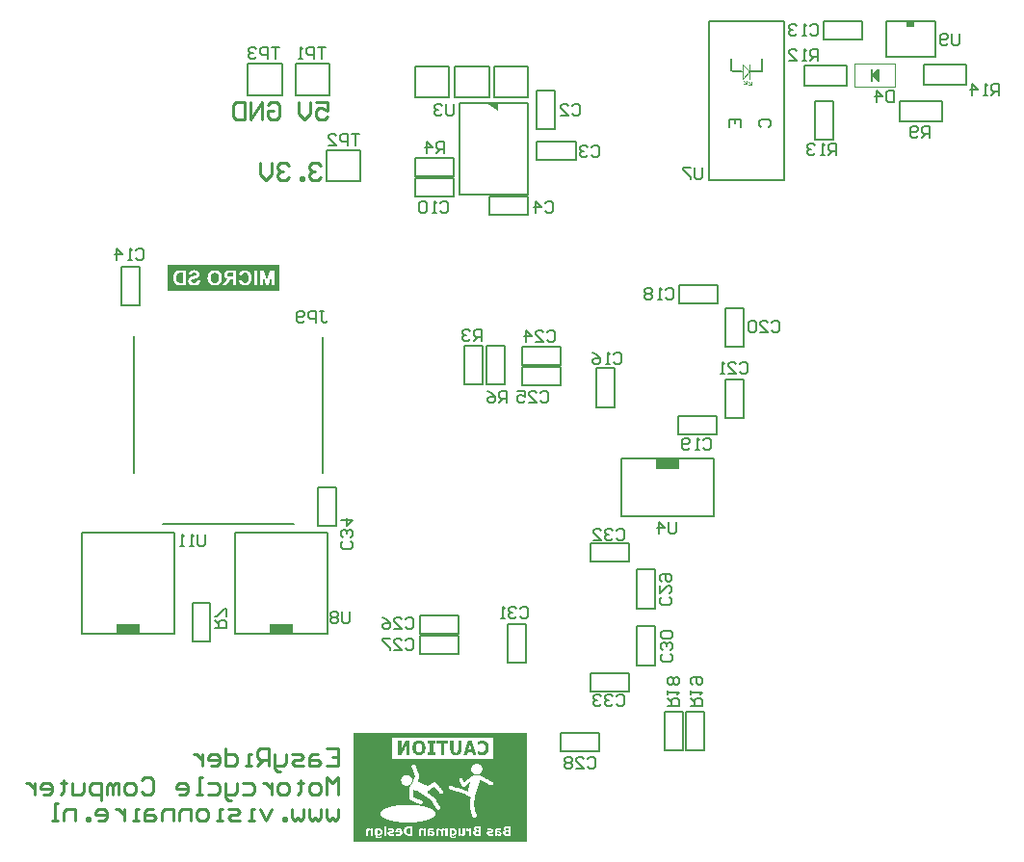
<source format=gbo>
%FSDAX24Y24*%
%MOIN*%
%SFA1B1*%

%IPPOS*%
%ADD46C,0.010000*%
%ADD84C,0.005000*%
%ADD89C,0.004000*%
%ADD90C,0.007900*%
%ADD91C,0.003900*%
%ADD92C,0.007000*%
%ADD93R,0.084000X0.038000*%
%ADD175R,0.030000X0.019700*%
%LNpcb1-1*%
%LPD*%
G36*
X044307Y025146D02*
Y025136D01*
Y025126*
Y025116*
Y025106*
Y025096*
Y025086*
Y025076*
Y025066*
Y025056*
Y025046*
Y025036*
Y025026*
Y025016*
Y025006*
Y024996*
Y024986*
Y024976*
Y024966*
Y024956*
Y024946*
Y024936*
Y024926*
Y024916*
Y024906*
Y024896*
Y024886*
Y024876*
Y024866*
Y024856*
Y024846*
Y024836*
Y024826*
Y024816*
Y024806*
Y024796*
Y024786*
Y024776*
Y024766*
Y024756*
Y024746*
Y024736*
Y024726*
Y024716*
Y024706*
Y024696*
Y024686*
Y024676*
Y024666*
Y024656*
Y024646*
Y024636*
Y024626*
Y024616*
Y024606*
Y024596*
Y024586*
Y024576*
Y024566*
Y024556*
Y024546*
Y024536*
Y024526*
Y024516*
Y024506*
Y024496*
Y024486*
Y024476*
Y024466*
Y024456*
Y024446*
Y024436*
Y024426*
Y024416*
Y024406*
Y024396*
Y024386*
Y024376*
Y024366*
Y024356*
Y024346*
Y024336*
Y024326*
Y024316*
Y024306*
Y024296*
Y024286*
Y024276*
Y024266*
Y024256*
Y024246*
Y024236*
Y024226*
Y024216*
Y024206*
Y024196*
Y024186*
Y024176*
Y024166*
Y024156*
Y024146*
Y024136*
Y024126*
Y024116*
Y024106*
Y024096*
Y024086*
Y024076*
Y024066*
Y024056*
Y024046*
Y024036*
Y024026*
Y024016*
Y024006*
Y023996*
Y023986*
Y023976*
Y023966*
Y023956*
Y023946*
Y023936*
Y023926*
Y023916*
Y023906*
Y023896*
Y023886*
Y023876*
Y023866*
Y023856*
Y023846*
Y023836*
Y023826*
Y023816*
Y023806*
Y023796*
Y023786*
Y023776*
Y023766*
Y023756*
Y023746*
Y023736*
Y023726*
Y023716*
Y023706*
Y023696*
Y023686*
Y023676*
Y023666*
Y023656*
Y023646*
Y023636*
Y023626*
Y023616*
Y023606*
Y023596*
Y023586*
Y023576*
Y023566*
Y023556*
Y023546*
Y023536*
Y023526*
Y023516*
Y023506*
Y023496*
Y023486*
Y023476*
Y023466*
Y023456*
Y023446*
Y023436*
Y023426*
Y023416*
Y023406*
Y023396*
Y023386*
Y023376*
Y023366*
Y023356*
Y023346*
Y023336*
Y023326*
Y023316*
Y023306*
Y023296*
Y023286*
Y023276*
Y023266*
Y023256*
Y023246*
Y023236*
Y023226*
Y023216*
Y023206*
Y023196*
Y023186*
Y023176*
Y023166*
Y023156*
Y023146*
Y023136*
Y023126*
Y023116*
Y023106*
Y023096*
Y023086*
Y023076*
Y023066*
Y023056*
Y023046*
Y023036*
Y023026*
Y023016*
Y023006*
Y022996*
Y022986*
Y022976*
Y022966*
Y022956*
Y022946*
Y022936*
Y022926*
Y022916*
Y022906*
Y022896*
Y022886*
Y022876*
Y022866*
Y022856*
Y022846*
Y022836*
Y022826*
Y022816*
Y022806*
Y022796*
Y022786*
Y022776*
Y022766*
Y022756*
Y022746*
Y022736*
Y022726*
Y022716*
Y022706*
Y022696*
Y022686*
Y022676*
Y022666*
Y022656*
Y022646*
Y022636*
Y022626*
Y022616*
Y022606*
Y022596*
Y022586*
Y022576*
Y022566*
Y022556*
Y022546*
Y022536*
Y022526*
Y022516*
Y022506*
Y022496*
Y022486*
Y022476*
Y022466*
Y022456*
Y022446*
Y022436*
Y022426*
Y022416*
Y022406*
Y022396*
Y022386*
Y022376*
Y022366*
Y022356*
Y022346*
Y022336*
Y022326*
Y022316*
Y022306*
Y022296*
Y022286*
Y022276*
Y022266*
Y022256*
Y022246*
Y022236*
Y022226*
Y022216*
Y022206*
Y022196*
Y022186*
Y022176*
Y022166*
Y022156*
Y022146*
Y022136*
Y022126*
Y022116*
Y022106*
Y022096*
Y022086*
Y022076*
Y022066*
Y022056*
Y022046*
Y022036*
Y022026*
Y022016*
Y022006*
Y021996*
Y021986*
Y021976*
Y021966*
Y021956*
Y021946*
Y021936*
Y021926*
Y021916*
Y021906*
Y021896*
Y021886*
Y021876*
Y021866*
Y021856*
Y021846*
Y021836*
Y021826*
Y021816*
Y021806*
Y021796*
Y021786*
Y021776*
Y021766*
Y021756*
Y021746*
Y021736*
Y021726*
Y021716*
Y021706*
Y021696*
Y021686*
Y021676*
Y021666*
Y021656*
Y021646*
Y021636*
Y021626*
Y021616*
Y021606*
Y021596*
Y021586*
Y021576*
Y021566*
Y021556*
Y021546*
Y021536*
Y021526*
Y021516*
Y021506*
Y021496*
Y021486*
Y021476*
Y021466*
Y021456*
Y021446*
Y021436*
Y021426*
Y021416*
Y021406*
X038307*
Y021416*
Y021426*
Y021436*
Y021446*
Y021456*
Y021466*
Y021476*
Y021486*
Y021496*
Y021506*
Y021516*
Y021526*
Y021536*
Y021546*
Y021556*
Y021566*
Y021576*
Y021586*
Y021596*
Y021606*
Y021616*
Y021626*
Y021636*
Y021646*
Y021656*
Y021666*
Y021676*
Y021686*
Y021696*
Y021706*
Y021716*
Y021726*
Y021736*
Y021746*
Y021756*
Y021766*
Y021776*
Y021786*
Y021796*
Y021806*
Y021816*
Y021826*
Y021836*
Y021846*
Y021856*
Y021866*
Y021876*
Y021886*
Y021896*
Y021906*
Y021916*
Y021926*
Y021936*
Y021946*
Y021956*
Y021966*
Y021976*
Y021986*
Y021996*
Y022006*
Y022016*
Y022026*
Y022036*
Y022046*
Y022056*
Y022066*
Y022076*
Y022086*
Y022096*
Y022106*
Y022116*
Y022126*
Y022136*
Y022146*
Y022156*
Y022166*
Y022176*
Y022186*
Y022196*
Y022206*
Y022216*
Y022226*
Y022236*
Y022246*
Y022256*
Y022266*
Y022276*
Y022286*
Y022296*
Y022306*
Y022316*
Y022326*
Y022336*
Y022346*
Y022356*
Y022366*
Y022376*
Y022386*
Y022396*
Y022406*
Y022416*
Y022426*
Y022436*
Y022446*
Y022456*
Y022466*
Y022476*
Y022486*
Y022496*
Y022506*
Y022516*
Y022526*
Y022536*
Y022546*
Y022556*
Y022566*
Y022576*
Y022586*
Y022596*
Y022606*
Y022616*
Y022626*
Y022636*
Y022646*
Y022656*
Y022666*
Y022676*
Y022686*
Y022696*
Y022706*
Y022716*
Y022726*
Y022736*
Y022746*
Y022756*
Y022766*
Y022776*
Y022786*
Y022796*
Y022806*
Y022816*
Y022826*
Y022836*
Y022846*
Y022856*
Y022866*
Y022876*
Y022886*
Y022896*
Y022906*
Y022916*
Y022926*
Y022936*
Y022946*
Y022956*
Y022966*
Y022976*
Y022986*
Y022996*
Y023006*
Y023016*
Y023026*
Y023036*
Y023046*
Y023056*
Y023066*
Y023076*
Y023086*
Y023096*
Y023106*
Y023116*
Y023126*
Y023136*
Y023146*
Y023156*
Y023166*
Y023176*
Y023186*
Y023196*
Y023206*
Y023216*
Y023226*
Y023236*
Y023246*
Y023256*
Y023266*
Y023276*
Y023286*
Y023296*
Y023306*
Y023316*
Y023326*
Y023336*
Y023346*
Y023356*
Y023366*
Y023376*
Y023386*
Y023396*
Y023406*
Y023416*
Y023426*
Y023436*
Y023446*
Y023456*
Y023466*
Y023476*
Y023486*
Y023496*
Y023506*
Y023516*
Y023526*
Y023536*
Y023546*
Y023556*
Y023566*
Y023576*
Y023586*
Y023596*
Y023606*
Y023616*
Y023626*
Y023636*
Y023646*
Y023656*
Y023666*
Y023676*
Y023686*
Y023696*
Y023706*
Y023716*
Y023726*
Y023736*
Y023746*
Y023756*
Y023766*
Y023776*
Y023786*
Y023796*
Y023806*
Y023816*
Y023826*
Y023836*
Y023846*
Y023856*
Y023866*
Y023876*
Y023886*
Y023896*
Y023906*
Y023916*
Y023926*
Y023936*
Y023946*
Y023956*
Y023966*
Y023976*
Y023986*
Y023996*
Y024006*
Y024016*
Y024026*
Y024036*
Y024046*
Y024056*
Y024066*
Y024076*
Y024086*
Y024096*
Y024106*
Y024116*
Y024126*
Y024136*
Y024146*
Y024156*
Y024166*
Y024176*
Y024186*
Y024196*
Y024206*
Y024216*
Y024226*
Y024236*
Y024246*
Y024256*
Y024266*
Y024276*
Y024286*
Y024296*
Y024306*
Y024316*
Y024326*
Y024336*
Y024346*
Y024356*
Y024366*
Y024376*
Y024386*
Y024396*
Y024406*
Y024416*
Y024426*
Y024436*
Y024446*
Y024456*
Y024466*
Y024476*
Y024486*
Y024496*
Y024506*
Y024516*
Y024526*
Y024536*
Y024546*
Y024556*
Y024566*
Y024576*
Y024586*
Y024596*
Y024606*
Y024616*
Y024626*
Y024636*
Y024646*
Y024656*
Y024666*
Y024676*
Y024686*
Y024696*
Y024706*
Y024716*
Y024726*
Y024736*
Y024746*
Y024756*
Y024766*
Y024776*
Y024786*
Y024796*
Y024806*
Y024816*
Y024826*
Y024836*
Y024846*
Y024856*
Y024866*
Y024876*
Y024886*
Y024896*
Y024906*
Y024916*
Y024926*
Y024936*
Y024946*
Y024956*
Y024966*
Y024976*
Y024986*
Y024996*
Y025006*
Y025016*
Y025026*
Y025036*
Y025046*
Y025056*
Y025066*
Y025076*
Y025086*
Y025096*
Y025106*
Y025116*
Y025126*
Y025136*
Y025146*
Y025156*
X044307*
Y025146*
G37*
G36*
X035764Y040451D02*
X031879D01*
Y041376*
X035764*
Y040451*
G37*
G36*
X043323Y046681D02*
X042929Y046957D01*
X043323*
Y046681*
G37*
%LNpcb1-2*%
%LPC*%
G36*
X041047Y021856D02*
X040957D01*
Y021846*
X040927*
Y021836*
X040907*
Y021826*
X040897*
Y021816*
Y021806*
X040887*
Y021796*
Y021786*
Y021776*
Y021766*
Y021756*
Y021746*
Y021736*
Y021726*
Y021716*
Y021706*
Y021696*
Y021686*
Y021676*
Y021666*
Y021656*
Y021646*
Y021636*
Y021626*
Y021616*
Y021606*
X040957*
Y021616*
Y021626*
X040967*
Y021616*
X040987*
Y021606*
X041017*
Y021596*
X041057*
Y021606*
X041087*
Y021616*
X041097*
Y021626*
X041107*
Y021636*
Y021646*
X041117*
Y021656*
Y021666*
Y021676*
Y021686*
Y021696*
Y021706*
X041107*
Y021716*
Y021726*
X041097*
Y021736*
X041077*
Y021746*
X041057*
Y021756*
X040987*
Y021766*
X040957*
Y021776*
Y021786*
X040967*
Y021796*
X041007*
Y021806*
X041027*
Y021796*
X041067*
Y021786*
X041097*
Y021796*
Y021806*
Y021816*
Y021826*
Y021836*
Y021846*
X041047*
Y021856*
G37*
G36*
X043067D02*
X042987D01*
Y021846*
X042947*
Y021836*
X042937*
Y021826*
Y021816*
Y021806*
Y021796*
Y021786*
Y021776*
X042947*
Y021786*
X042977*
Y021796*
X043017*
Y021806*
X043037*
Y021796*
X043067*
Y021786*
Y021776*
Y021766*
X043047*
Y021756*
X042987*
Y021746*
X042957*
Y021736*
X042947*
Y021726*
X042937*
Y021716*
X042927*
Y021706*
Y021696*
Y021686*
Y021676*
Y021666*
Y021656*
X042937*
Y021646*
Y021636*
X042947*
Y021626*
X042957*
Y021616*
X042977*
Y021606*
X043017*
Y021596*
X043077*
Y021606*
X043137*
Y021616*
X043147*
Y021626*
Y021636*
Y021646*
Y021656*
Y021666*
Y021676*
X043127*
Y021666*
X043097*
Y021656*
X043007*
Y021666*
Y021676*
Y021686*
X043027*
Y021696*
X043087*
Y021706*
X043117*
Y021716*
X043127*
Y021726*
X043137*
Y021736*
X043147*
Y021746*
Y021756*
Y021766*
Y021776*
Y021786*
Y021796*
Y021806*
X043137*
Y021816*
X043127*
Y021826*
X043117*
Y021836*
X043097*
Y021846*
X043067*
Y021856*
G37*
G36*
X039637D02*
X039557D01*
Y021846*
X039517*
Y021836*
X039507*
Y021826*
Y021816*
Y021806*
Y021796*
Y021786*
Y021776*
X039527*
Y021786*
X039547*
Y021796*
X039587*
Y021806*
X039607*
Y021796*
X039637*
Y021786*
X039647*
Y021776*
X039637*
Y021766*
X039617*
Y021756*
X039557*
Y021746*
X039537*
Y021736*
X039517*
Y021726*
X039507*
Y021716*
X039497*
Y021706*
Y021696*
Y021686*
Y021676*
Y021666*
Y021656*
X039507*
Y021646*
Y021636*
X039517*
Y021626*
X039527*
Y021616*
X039547*
Y021606*
X039597*
Y021596*
X039657*
Y021606*
X039707*
Y021616*
X039717*
Y021626*
Y021636*
Y021646*
Y021656*
Y021666*
Y021676*
X039697*
Y021666*
X039667*
Y021656*
X039577*
Y021666*
Y021676*
Y021686*
X039607*
Y021696*
X039657*
Y021706*
X039687*
Y021716*
X039697*
Y021726*
X039707*
Y021736*
X039717*
Y021746*
Y021756*
Y021766*
Y021776*
Y021786*
Y021796*
Y021806*
X039707*
Y021816*
X039697*
Y021826*
X039687*
Y021836*
X039677*
Y021846*
X039637*
Y021856*
G37*
G36*
X041437D02*
X041387D01*
Y021846*
X041367*
Y021836*
X041357*
Y021826*
X041347*
Y021816*
X041327*
Y021826*
X041317*
Y021836*
X041297*
Y021846*
X041277*
Y021856*
X041227*
Y021846*
X041207*
Y021836*
X041197*
Y021826*
X041187*
Y021816*
Y021806*
X041177*
Y021796*
Y021786*
Y021776*
Y021766*
Y021756*
Y021746*
Y021736*
Y021726*
Y021716*
Y021706*
Y021696*
Y021686*
Y021676*
Y021666*
Y021656*
Y021646*
Y021636*
Y021626*
Y021616*
Y021606*
X041247*
Y021616*
Y021626*
Y021636*
Y021646*
Y021656*
Y021666*
Y021676*
Y021686*
Y021696*
Y021706*
Y021716*
Y021726*
Y021736*
Y021746*
Y021756*
Y021766*
X041257*
Y021776*
Y021786*
X041267*
Y021796*
X041307*
Y021786*
X041327*
Y021776*
X041337*
Y021766*
Y021756*
Y021746*
Y021736*
Y021726*
Y021716*
Y021706*
Y021696*
Y021686*
Y021676*
Y021666*
Y021656*
Y021646*
Y021636*
Y021626*
Y021616*
Y021606*
X041407*
Y021616*
Y021626*
Y021636*
Y021646*
Y021656*
Y021666*
Y021676*
Y021686*
Y021696*
Y021706*
Y021716*
Y021726*
Y021736*
Y021746*
Y021756*
Y021766*
Y021776*
X041417*
Y021786*
X041427*
Y021796*
X041467*
Y021786*
X041487*
Y021776*
Y021766*
Y021756*
Y021746*
Y021736*
Y021726*
Y021716*
Y021706*
Y021696*
Y021686*
Y021676*
Y021666*
Y021656*
Y021646*
Y021636*
Y021626*
Y021616*
Y021606*
X041567*
Y021616*
Y021626*
Y021636*
Y021646*
Y021656*
Y021666*
Y021676*
Y021686*
Y021696*
Y021706*
Y021716*
Y021726*
Y021736*
Y021746*
Y021756*
Y021766*
Y021776*
Y021786*
Y021796*
Y021806*
Y021816*
Y021826*
Y021836*
Y021846*
X041487*
Y021836*
Y021826*
X041477*
Y021836*
X041457*
Y021846*
X041437*
Y021856*
G37*
G36*
X042397Y021846D02*
X042317D01*
Y021836*
Y021826*
Y021816*
X042307*
Y021826*
X042287*
Y021836*
X042277*
Y021846*
X042217*
Y021836*
Y021826*
Y021816*
Y021806*
Y021796*
Y021786*
Y021776*
X042297*
Y021766*
X042317*
Y021756*
Y021746*
Y021736*
Y021726*
Y021716*
Y021706*
Y021696*
Y021686*
Y021676*
Y021666*
Y021656*
Y021646*
Y021636*
Y021626*
Y021616*
Y021606*
X042397*
Y021616*
Y021626*
Y021636*
Y021646*
Y021656*
Y021666*
Y021676*
Y021686*
Y021696*
Y021706*
Y021716*
Y021726*
Y021736*
Y021746*
Y021756*
Y021766*
Y021776*
Y021786*
Y021796*
Y021806*
Y021816*
Y021826*
Y021836*
Y021846*
G37*
G36*
X043367Y021856D02*
X043277D01*
Y021846*
X043247*
Y021836*
X043227*
Y021826*
X043217*
Y021816*
X043207*
Y021806*
Y021796*
Y021786*
Y021776*
Y021766*
Y021756*
Y021746*
Y021736*
Y021726*
Y021716*
Y021706*
Y021696*
Y021686*
Y021676*
Y021666*
Y021656*
Y021646*
Y021636*
Y021626*
Y021616*
Y021606*
X043277*
Y021616*
Y021626*
X043287*
Y021616*
X043307*
Y021606*
X043337*
Y021596*
X043377*
Y021606*
X043407*
Y021616*
X043417*
Y021626*
X043427*
Y021636*
Y021646*
X043437*
Y021656*
Y021666*
Y021676*
Y021686*
Y021696*
Y021706*
X043427*
Y021716*
Y021726*
X043417*
Y021736*
X043397*
Y021746*
X043377*
Y021756*
X043307*
Y021766*
X043277*
Y021776*
Y021786*
X043287*
Y021796*
X043327*
Y021806*
X043347*
Y021796*
X043387*
Y021786*
X043417*
Y021796*
Y021806*
Y021816*
Y021826*
Y021836*
Y021846*
X043367*
Y021856*
G37*
G36*
X035567Y041170D02*
X035412D01*
X035321Y040820*
X035229Y041170*
X035074*
Y040657*
X035170*
Y041060*
X035271Y040657*
X035371*
X035471Y041060*
Y040657*
X035567*
Y041170*
G37*
G36*
X042717Y021926D02*
X042567D01*
Y021916*
X042517*
Y021906*
X042497*
Y021896*
X042487*
Y021886*
Y021876*
X042477*
Y021866*
Y021856*
Y021846*
Y021836*
Y021826*
Y021816*
X042487*
Y021806*
Y021796*
X042507*
Y021786*
X042517*
Y021776*
X042497*
Y021766*
X042477*
Y021756*
X042467*
Y021746*
X042457*
Y021736*
Y021726*
Y021716*
Y021706*
Y021696*
Y021686*
Y021676*
Y021666*
X042467*
Y021656*
Y021646*
X042477*
Y021636*
X042487*
Y021626*
X042507*
Y021616*
X042527*
Y021606*
X042717*
Y021616*
Y021626*
Y021636*
Y021646*
Y021656*
Y021666*
Y021676*
Y021686*
Y021696*
Y021706*
Y021716*
Y021726*
Y021736*
Y021746*
Y021756*
Y021766*
Y021776*
Y021786*
Y021796*
Y021806*
Y021816*
Y021826*
Y021836*
Y021846*
Y021856*
Y021866*
Y021876*
Y021886*
Y021896*
Y021906*
Y021916*
Y021926*
G37*
G36*
X042177Y021846D02*
X042097D01*
Y021836*
Y021826*
Y021816*
Y021806*
Y021796*
Y021786*
Y021776*
Y021766*
Y021756*
Y021746*
Y021736*
Y021726*
Y021716*
Y021706*
Y021696*
Y021686*
Y021676*
X042087*
Y021666*
X042077*
Y021656*
X042047*
Y021666*
X042017*
Y021676*
X042007*
Y021686*
Y021696*
Y021706*
Y021716*
Y021726*
Y021736*
Y021746*
Y021756*
Y021766*
Y021776*
Y021786*
Y021796*
Y021806*
Y021816*
Y021826*
Y021836*
Y021846*
X041937*
Y021836*
Y021826*
Y021816*
Y021806*
Y021796*
Y021786*
Y021776*
Y021766*
Y021756*
Y021746*
Y021736*
Y021726*
Y021716*
Y021706*
Y021696*
Y021686*
Y021676*
Y021666*
Y021656*
Y021646*
Y021636*
Y021626*
Y021616*
Y021606*
X042007*
Y021616*
Y021626*
X042027*
Y021616*
X042037*
Y021606*
X042077*
Y021596*
X042107*
Y021606*
X042147*
Y021616*
X042157*
Y021626*
Y021636*
X042167*
Y021646*
Y021656*
X042177*
Y021666*
Y021676*
Y021686*
Y021696*
Y021706*
Y021716*
Y021726*
Y021736*
Y021746*
Y021756*
Y021766*
Y021776*
Y021786*
Y021796*
Y021806*
Y021816*
Y021826*
Y021836*
Y021846*
G37*
G36*
X043737Y021926D02*
X043597D01*
Y021916*
X043547*
Y021906*
X043527*
Y021896*
X043517*
Y021886*
X043507*
Y021876*
Y021866*
Y021856*
Y021846*
Y021836*
Y021826*
Y021816*
Y021806*
X043517*
Y021796*
X043527*
Y021786*
X043547*
Y021776*
X043527*
Y021766*
X043507*
Y021756*
X043497*
Y021746*
X043487*
Y021736*
Y021726*
X043477*
Y021716*
Y021706*
Y021696*
Y021686*
Y021676*
X043487*
Y021666*
Y021656*
X043497*
Y021646*
X043507*
Y021636*
X043517*
Y021626*
X043527*
Y021616*
X043557*
Y021606*
X043747*
Y021616*
Y021626*
Y021636*
Y021646*
Y021656*
Y021666*
Y021676*
Y021686*
Y021696*
Y021706*
Y021716*
Y021726*
Y021736*
Y021746*
Y021756*
Y021766*
Y021776*
Y021786*
Y021796*
Y021806*
Y021816*
Y021826*
Y021836*
Y021846*
Y021856*
Y021866*
Y021876*
Y021886*
Y021896*
Y021906*
Y021916*
X043737*
Y021926*
G37*
G36*
X039907Y021856D02*
X039847D01*
Y021846*
X039807*
Y021836*
X039797*
Y021826*
X039787*
Y021816*
X039777*
Y021806*
X039767*
Y021796*
Y021786*
Y021776*
Y021766*
X039757*
Y021756*
Y021746*
Y021736*
Y021726*
Y021716*
X039927*
Y021706*
X039937*
Y021696*
X039927*
Y021686*
Y021676*
X039917*
Y021666*
X039907*
Y021656*
X039807*
Y021666*
X039787*
Y021676*
X039767*
Y021666*
Y021656*
Y021646*
Y021636*
Y021626*
Y021616*
X039777*
Y021606*
X039837*
Y021596*
X039887*
Y021606*
X039937*
Y021616*
X039957*
Y021626*
X039967*
Y021636*
X039977*
Y021646*
X039987*
Y021656*
X039997*
Y021666*
Y021676*
X040007*
Y021686*
Y021696*
Y021706*
Y021716*
Y021726*
Y021736*
Y021746*
Y021756*
Y021766*
Y021776*
X039997*
Y021786*
Y021796*
X039987*
Y021806*
X039977*
Y021816*
X039967*
Y021826*
X039957*
Y021836*
X039947*
Y021846*
X039907*
Y021856*
G37*
G36*
X039447Y021846D02*
X039367D01*
Y021836*
Y021826*
Y021816*
Y021806*
Y021796*
Y021786*
Y021776*
Y021766*
Y021756*
Y021746*
Y021736*
Y021726*
Y021716*
Y021706*
Y021696*
Y021686*
Y021676*
Y021666*
Y021656*
Y021646*
Y021636*
Y021626*
Y021616*
Y021606*
X039447*
Y021616*
Y021626*
Y021636*
Y021646*
Y021656*
Y021666*
Y021676*
Y021686*
Y021696*
Y021706*
Y021716*
Y021726*
Y021736*
Y021746*
Y021756*
Y021766*
Y021776*
Y021786*
Y021796*
Y021806*
Y021816*
Y021826*
Y021836*
Y021846*
G37*
G36*
X038857Y021856D02*
X038807D01*
Y021846*
X038787*
Y021836*
X038777*
Y021826*
X038767*
Y021816*
X038757*
Y021806*
Y021796*
Y021786*
X038747*
Y021776*
Y021766*
Y021756*
Y021746*
Y021736*
Y021726*
Y021716*
Y021706*
Y021696*
Y021686*
Y021676*
Y021666*
Y021656*
Y021646*
Y021636*
Y021626*
Y021616*
Y021606*
X038827*
Y021616*
Y021626*
Y021636*
Y021646*
Y021656*
Y021666*
Y021676*
Y021686*
Y021696*
Y021706*
Y021716*
Y021726*
Y021736*
Y021746*
Y021756*
Y021766*
Y021776*
X038837*
Y021786*
X038847*
Y021796*
X038887*
Y021786*
X038917*
Y021776*
Y021766*
Y021756*
Y021746*
Y021736*
Y021726*
Y021716*
Y021706*
Y021696*
Y021686*
Y021676*
Y021666*
Y021656*
Y021646*
Y021636*
Y021626*
Y021616*
Y021606*
X038987*
Y021616*
Y021626*
Y021636*
Y021646*
Y021656*
Y021666*
Y021676*
Y021686*
Y021696*
Y021706*
Y021716*
Y021726*
Y021736*
Y021746*
Y021756*
Y021766*
Y021776*
Y021786*
Y021796*
Y021806*
Y021816*
Y021826*
Y021836*
Y021846*
X038917*
Y021836*
Y021826*
X038897*
Y021836*
X038887*
Y021846*
X038857*
Y021856*
G37*
G36*
X040677D02*
X040627D01*
Y021846*
X040607*
Y021836*
X040597*
Y021826*
X040587*
Y021816*
X040577*
Y021806*
Y021796*
Y021786*
Y021776*
X040567*
Y021766*
Y021756*
Y021746*
Y021736*
Y021726*
Y021716*
Y021706*
Y021696*
Y021686*
Y021676*
Y021666*
Y021656*
Y021646*
Y021636*
Y021626*
Y021616*
X040577*
Y021606*
X040647*
Y021616*
Y021626*
Y021636*
Y021646*
Y021656*
Y021666*
Y021676*
Y021686*
Y021696*
Y021706*
Y021716*
Y021726*
Y021736*
Y021746*
Y021756*
Y021766*
Y021776*
X040657*
Y021786*
X040667*
Y021796*
X040707*
Y021786*
X040737*
Y021776*
Y021766*
Y021756*
Y021746*
Y021736*
Y021726*
Y021716*
Y021706*
Y021696*
Y021686*
Y021676*
Y021666*
Y021656*
Y021646*
Y021636*
Y021626*
Y021616*
Y021606*
X040807*
Y021616*
Y021626*
Y021636*
Y021646*
Y021656*
Y021666*
Y021676*
Y021686*
Y021696*
Y021706*
Y021716*
Y021726*
Y021736*
Y021746*
Y021756*
Y021766*
Y021776*
Y021786*
Y021796*
Y021806*
Y021816*
Y021826*
Y021836*
Y021846*
X040737*
Y021836*
Y021826*
X040727*
Y021836*
X040707*
Y021846*
X040677*
Y021856*
G37*
G36*
X040347Y021926D02*
X040217D01*
Y021916*
X040157*
Y021906*
X040127*
Y021896*
X040117*
Y021886*
X040097*
Y021876*
X040087*
Y021866*
X040077*
Y021856*
Y021846*
X040067*
Y021836*
Y021826*
X040057*
Y021816*
Y021806*
Y021796*
Y021786*
Y021776*
X040047*
Y021766*
Y021756*
Y021746*
X040057*
Y021736*
Y021726*
Y021716*
Y021706*
X040067*
Y021696*
Y021686*
X040077*
Y021676*
Y021666*
X040087*
Y021656*
X040097*
Y021646*
X040107*
Y021636*
X040127*
Y021626*
X040137*
Y021616*
X040177*
Y021606*
X040347*
Y021616*
Y021626*
Y021636*
Y021646*
Y021656*
Y021666*
Y021676*
Y021686*
Y021696*
Y021706*
Y021716*
Y021726*
Y021736*
Y021746*
Y021756*
Y021766*
Y021776*
Y021786*
Y021796*
Y021806*
Y021816*
Y021826*
Y021836*
Y021846*
Y021856*
Y021866*
Y021876*
Y021886*
Y021896*
Y021906*
Y021916*
Y021926*
G37*
G36*
X039227Y021856D02*
X039177D01*
Y021846*
X039147*
Y021836*
X039137*
Y021846*
X039067*
Y021836*
X039057*
Y021826*
Y021816*
Y021806*
Y021796*
Y021786*
Y021776*
Y021766*
Y021756*
Y021746*
Y021736*
Y021726*
Y021716*
Y021706*
Y021696*
Y021686*
Y021676*
Y021666*
Y021656*
Y021646*
Y021636*
Y021626*
X039067*
Y021616*
Y021606*
Y021596*
Y021586*
Y021576*
X039077*
Y021566*
Y021556*
X039087*
Y021546*
X039097*
Y021536*
X039117*
Y021526*
X039137*
Y021516*
X039267*
Y021526*
X039287*
Y021536*
Y021546*
Y021556*
Y021566*
Y021576*
Y021586*
X039257*
Y021576*
X039157*
Y021586*
X039147*
Y021596*
X039137*
Y021606*
Y021616*
Y021626*
X039157*
Y021616*
X039187*
Y021606*
X039227*
Y021616*
X039257*
Y021626*
X039277*
Y021636*
X039287*
Y021646*
X039297*
Y021656*
Y021666*
X039307*
Y021676*
Y021686*
Y021696*
Y021706*
X039317*
Y021716*
Y021726*
Y021736*
Y021746*
Y021756*
X039307*
Y021766*
Y021776*
Y021786*
X039297*
Y021796*
Y021806*
X039287*
Y021816*
X039277*
Y021826*
X039267*
Y021836*
X039257*
Y021846*
X039227*
Y021856*
G37*
G36*
X034973Y041170D02*
X034869D01*
Y040657*
X034973*
Y041170*
G37*
G36*
X034549Y041179D02*
X034541D01*
X034534Y041178*
X034526*
X034517Y041176*
X034507Y041175*
X034495Y041173*
X034484Y041170*
X034471Y041166*
X034458Y041161*
X034445Y041156*
X034433Y041150*
X034421Y041142*
X034408Y041133*
X034397Y041124*
X034396*
Y041122*
X034393Y041120*
X034391Y041118*
X034388Y041114*
X034385Y041110*
X034377Y041099*
X034369Y041086*
X034360Y041070*
X034352Y041051*
X034344Y041030*
X034447Y041005*
Y041006*
Y041007*
Y041009*
X034449Y041012*
X034451Y041019*
X034455Y041027*
X034460Y041038*
X034467Y041048*
X034475Y041059*
X034485Y041067*
X034487Y041068*
X034490Y041071*
X034496Y041075*
X034504Y041079*
X034515Y041084*
X034526Y041087*
X034540Y041090*
X034555Y041091*
X034560*
X034564Y041090*
X034569*
X034575Y041089*
X034587Y041086*
X034602Y041081*
X034618Y041073*
X034626Y041069*
X034633Y041064*
X034640Y041057*
X034647Y041050*
Y041049*
X034649Y041047*
X034650Y041045*
X034652Y041042*
X034655Y041037*
X034658Y041032*
X034661Y041025*
X034664Y041018*
X034668Y041009*
X034671Y040999*
X034674Y040988*
X034677Y040976*
X034679Y040963*
X034680Y040949*
X034681Y040933*
X034682Y040916*
Y040912*
Y040907*
X034681Y040901*
Y040893*
X034680Y040883*
X034679Y040874*
X034677Y040862*
X034673Y040840*
X034667Y040817*
X034663Y040805*
X034658Y040795*
X034653Y040785*
X034647Y040777*
X034646*
Y040776*
X034643Y040774*
X034640Y040771*
X034633Y040765*
X034623Y040757*
X034610Y040749*
X034595Y040743*
X034577Y040738*
X034567Y040737*
X034557*
X034553*
X034550*
X034542Y040738*
X034532Y040740*
X034522Y040743*
X034510Y040748*
X034498Y040754*
X034487Y040763*
X034485Y040764*
X034481Y040768*
X034476Y040774*
X034470Y040783*
X034463Y040794*
X034456Y040808*
X034450Y040825*
X034444Y040845*
X034343Y040814*
X034344Y040811*
X034345Y040806*
X034347Y040800*
X034350Y040794*
X034353Y040785*
X034357Y040777*
X034361Y040767*
X034372Y040747*
X034385Y040726*
X034401Y040706*
X034410Y040697*
X034420Y040689*
X034421*
X034422Y040688*
X034425Y040686*
X034430Y040683*
X034435Y040680*
X034441Y040677*
X034449Y040673*
X034457Y040669*
X034467Y040665*
X034477Y040661*
X034488Y040658*
X034500Y040655*
X034512Y040652*
X034526Y040650*
X034541Y040649*
X034556*
X034561*
X034566*
X034573Y040650*
X034581Y040651*
X034592Y040652*
X034603Y040655*
X034615Y040657*
X034628Y040661*
X034641Y040666*
X034655Y040672*
X034669Y040678*
X034683Y040686*
X034697Y040695*
X034711Y040706*
X034723Y040718*
X034724Y040719*
X034726Y040721*
X034729Y040726*
X034734Y040731*
X034738Y040738*
X034744Y040746*
X034750Y040757*
X034756Y040768*
X034762Y040781*
X034768Y040795*
X034774Y040811*
X034778Y040828*
X034783Y040846*
X034785Y040866*
X034788Y040887*
Y040909*
Y040910*
Y040911*
Y040915*
Y040922*
Y040931*
X034786Y040941*
X034785Y040953*
X034783Y040967*
X034780Y040982*
X034777Y040998*
X034772Y041014*
X034767Y041030*
X034760Y041047*
X034753Y041064*
X034744Y041079*
X034734Y041094*
X034723Y041108*
X034722Y041109*
X034720Y041111*
X034716Y041115*
X034711Y041119*
X034704Y041124*
X034696Y041130*
X034687Y041137*
X034676Y041144*
X034664Y041150*
X034652Y041157*
X034637Y041163*
X034622Y041168*
X034605Y041173*
X034588Y041176*
X034569Y041178*
X034549Y041179*
G37*
G36*
X043137Y025006D02*
X039667D01*
Y024996*
X039647*
Y024986*
Y024976*
X039637*
Y024966*
Y024956*
Y024946*
Y024936*
Y024926*
Y024916*
Y024906*
Y024896*
Y024886*
Y024876*
Y024866*
Y024856*
Y024846*
Y024836*
Y024826*
Y024816*
Y024806*
Y024796*
Y024786*
Y024776*
Y024766*
Y024756*
Y024746*
Y024736*
Y024726*
Y024716*
Y024706*
Y024696*
Y024686*
Y024676*
Y024666*
Y024656*
Y024646*
Y024636*
Y024626*
Y024616*
Y024606*
Y024596*
Y024586*
Y024576*
Y024566*
Y024556*
Y024546*
Y024536*
Y024526*
Y024516*
Y024506*
Y024496*
Y024486*
Y024476*
Y024466*
Y024456*
Y024446*
Y024436*
Y024426*
Y024416*
Y024406*
Y024396*
Y024386*
Y024376*
Y024366*
Y024356*
Y024346*
Y024336*
Y024326*
Y024316*
Y024306*
Y024296*
Y024286*
Y024276*
X039647*
Y024266*
Y024256*
X039657*
Y024246*
X043137*
Y024256*
X043147*
Y024266*
X043157*
Y024276*
Y024286*
Y024296*
Y024306*
Y024316*
Y024326*
Y024336*
Y024346*
Y024356*
Y024366*
Y024376*
Y024386*
Y024396*
Y024406*
Y024416*
Y024426*
Y024436*
Y024446*
Y024456*
Y024466*
Y024476*
Y024486*
Y024496*
Y024506*
Y024516*
Y024526*
Y024536*
Y024546*
Y024556*
Y024566*
Y024576*
Y024586*
Y024596*
Y024606*
Y024616*
Y024626*
Y024636*
Y024646*
Y024656*
Y024666*
Y024676*
Y024686*
Y024696*
Y024706*
Y024716*
Y024726*
Y024736*
Y024746*
Y024756*
Y024766*
Y024776*
Y024786*
Y024796*
Y024806*
Y024816*
Y024826*
Y024836*
Y024846*
Y024856*
Y024866*
Y024876*
Y024886*
Y024896*
Y024906*
Y024916*
Y024926*
Y024936*
Y024946*
Y024956*
Y024966*
Y024976*
Y024986*
X043147*
Y024996*
X043137*
Y025006*
G37*
G36*
X034253Y041170D02*
X034023D01*
X034016Y041169*
X034008*
X034000Y041168*
X033990*
X033971Y041166*
X033951Y041164*
X033932Y041160*
X033924Y041158*
X033917Y041156*
X033916*
X033915Y041155*
X033911Y041153*
X033904Y041149*
X033895Y041144*
X033886Y041137*
X033876Y041129*
X033866Y041118*
X033858Y041106*
Y041105*
X033857Y041104*
X033855Y041102*
X033854Y041100*
X033850Y041093*
X033846Y041083*
X033842Y041071*
X033838Y041058*
X033835Y041042*
Y041026*
Y041025*
Y041024*
Y041020*
Y041016*
Y041011*
X033836Y041006*
X033839Y040993*
X033843Y040977*
X033849Y040962*
X033858Y040945*
X033863Y040938*
X033869Y040931*
Y040930*
X033870Y040929*
X033872Y040927*
X033875Y040925*
X033878Y040922*
X033883Y040918*
X033888Y040914*
X033894Y040911*
X033900Y040906*
X033909Y040902*
X033917Y040899*
X033926Y040895*
X033936Y040891*
X033946Y040888*
X033957Y040885*
X033970Y040883*
X033969*
Y040882*
X033964Y040879*
X033958Y040876*
X033951Y040871*
X033942Y040864*
X033933Y040857*
X033923Y040849*
X033915Y040840*
X033911Y040836*
X033906Y040830*
X033900Y040821*
X033891Y040810*
X033886Y040803*
X033881Y040795*
X033875Y040787*
X033869Y040778*
X033863Y040768*
X033856Y040757*
X033793Y040657*
X033917*
X033991Y040768*
X033992Y040769*
X033993Y040771*
X033995Y040774*
X033998Y040778*
X034001Y040783*
X034005Y040788*
X034013Y040800*
X034023Y040814*
X034031Y040825*
X034040Y040837*
X034043Y040840*
X034046Y040844*
X034047Y040845*
X034048Y040846*
X034051Y040849*
X034055Y040853*
X034060Y040856*
X034065Y040859*
X034071Y040862*
X034077Y040865*
X034078*
X034080Y040866*
X034084Y040868*
X034090*
X034097Y040870*
X034106Y040871*
X034117*
X034150*
Y040657*
X034253*
Y041170*
G37*
G36*
X032803Y041179D02*
X032794D01*
X032787Y041178*
X032779*
X032770Y041177*
X032760Y041175*
X032749Y041174*
X032725Y041169*
X032713Y041165*
X032702Y041161*
X032690Y041156*
X032679Y041150*
X032668Y041144*
X032659Y041136*
X032658*
X032657Y041134*
X032654Y041132*
X032651Y041129*
X032648Y041124*
X032643Y041119*
X032639Y041113*
X032634Y041107*
X032629Y041099*
X032625Y041090*
X032620Y041081*
X032617Y041070*
X032613Y041060*
X032610Y041048*
X032608Y041036*
X032607Y041023*
X032711Y041019*
Y041020*
Y041021*
X032712Y041026*
X032713Y041033*
X032716Y041041*
X032720Y041050*
X032725Y041059*
X032732Y041068*
X032739Y041076*
X032740*
X032743Y041079*
X032748Y041082*
X032756Y041084*
X032765Y041087*
X032776Y041090*
X032789Y041093*
X032805*
X032812*
X032820*
X032830Y041091*
X032841Y041089*
X032853Y041085*
X032864Y041081*
X032874Y041074*
X032875Y041073*
X032876Y041072*
X032879Y041070*
X032882Y041066*
X032885Y041062*
X032888Y041056*
X032890Y041050*
Y041042*
Y041039*
Y041036*
X032888Y041032*
X032887Y041027*
X032884Y041022*
X032881Y041016*
X032876Y041011*
X032875Y041010*
X032871Y041008*
X032869Y041007*
X032865Y041005*
X032861Y041003*
X032856Y041001*
X032850Y040999*
X032844Y040996*
X032836Y040993*
X032827Y040990*
X032817Y040987*
X032806Y040984*
X032794Y040981*
X032781Y040977*
X032780*
X032777Y040976*
X032773*
X032768Y040974*
X032762Y040973*
X032755Y040971*
X032747Y040968*
X032739Y040966*
X032721Y040960*
X032702Y040954*
X032685Y040948*
X032677Y040944*
X032670Y040940*
X032669*
X032668Y040939*
X032664Y040936*
X032657Y040932*
X032649Y040926*
X032640Y040919*
X032631Y040910*
X032621Y040899*
X032613Y040888*
X032612Y040886*
X032610Y040882*
X032606Y040875*
X032602Y040865*
X032599Y040854*
X032595Y040840*
X032593Y040824*
X032592Y040806*
Y040805*
Y040804*
Y040802*
Y040799*
X032593Y040795*
X032594Y040790*
X032595Y040780*
X032598Y040766*
X032602Y040752*
X032609Y040738*
X032617Y040723*
X032619Y040722*
X032622Y040717*
X032628Y040710*
X032635Y040702*
X032645Y040692*
X032657Y040683*
X032671Y040675*
X032687Y040666*
X032688*
X032689*
X032691Y040665*
X032695Y040663*
X032699Y040662*
X032705Y040660*
X032711Y040659*
X032717Y040657*
X032725Y040655*
X032733Y040654*
X032753Y040651*
X032774Y040649*
X032798Y040648*
X032807*
X032814Y040649*
X032822*
X032831Y040650*
X032842Y040652*
X032853Y040654*
X032877Y040659*
X032890Y040663*
X032901Y040666*
X032914Y040672*
X032926Y040677*
X032937Y040684*
X032947Y040692*
X032948Y040693*
X032950Y040694*
X032953Y040697*
X032955Y040700*
X032960Y040706*
X032964Y040711*
X032970Y040718*
X032975Y040726*
X032980Y040734*
X032985Y040744*
X032990Y040755*
X032995Y040767*
X032999Y040780*
X033004Y040794*
X033007Y040808*
X033009Y040824*
X032908Y040834*
Y040833*
X032907Y040831*
Y040828*
Y040825*
X032904Y040817*
X032900Y040805*
X032896Y040793*
X032889Y040780*
X032881Y040769*
X032872Y040759*
X032870Y040758*
X032867Y040755*
X032861Y040751*
X032852Y040747*
X032841Y040743*
X032828Y040739*
X032813Y040736*
X032796Y040735*
X032788*
X032779Y040737*
X032768Y040738*
X032756Y040740*
X032744Y040744*
X032732Y040749*
X032722Y040756*
X032720Y040757*
X032717Y040760*
X032713Y040764*
X032708Y040770*
X032704Y040777*
X032699Y040786*
X032696Y040795*
Y040805*
Y040806*
Y040808*
Y040812*
X032697Y040817*
X032699Y040821*
X032700Y040826*
X032703Y040831*
X032707Y040837*
X032708*
X032709Y040839*
X032711Y040841*
X032715Y040844*
X032720Y040848*
X032727Y040851*
X032734Y040855*
X032744Y040859*
X032745*
X032748Y040860*
X032753Y040862*
X032756Y040863*
X032761Y040864*
X032766Y040865*
X032772Y040868*
X032779Y040869*
X032786Y040871*
X032795Y040874*
X032805Y040876*
X032815Y040879*
X032827Y040882*
X032830*
X032835Y040884*
X032840Y040885*
X032847Y040888*
X032855Y040890*
X032863Y040893*
X032873Y040896*
X032892Y040903*
X032910Y040912*
X032920Y040916*
X032928Y040922*
X032936Y040927*
X032943Y040932*
X032944Y040933*
X032945Y040934*
X032947Y040936*
X032950Y040939*
X032954Y040944*
X032958Y040949*
X032962Y040954*
X032966Y040961*
X032975Y040976*
X032982Y040994*
X032985Y041004*
X032987Y041013*
X032989Y041025*
X032990Y041036*
Y041037*
Y041039*
Y041042*
X032988Y041050*
X032987Y041059*
X032984Y041070*
X032981Y041083*
X032975Y041096*
X032968Y041109*
Y041110*
X032967*
X032964Y041115*
X032959Y041121*
X032952Y041128*
X032943Y041136*
X032932Y041145*
X032919Y041153*
X032904Y041161*
X032902*
X032900Y041162*
X032897Y041164*
X032893Y041165*
X032888Y041167*
X032882Y041168*
X032876Y041170*
X032861Y041173*
X032844Y041176*
X032824Y041178*
X032803Y041179*
G37*
G36*
X033511D02*
X033506D01*
X033500Y041178*
X033493*
X033483Y041177*
X033472Y041175*
X033459Y041173*
X033446Y041170*
X033432Y041167*
X033417Y041162*
X033402Y041156*
X033387Y041150*
X033372Y041141*
X033357Y041132*
X033343Y041121*
X033330Y041108*
X033329Y041107*
X033327Y041105*
X033323Y041101*
X033320Y041096*
X033314Y041088*
X033308Y041079*
X033303Y041069*
X033296Y041057*
X033289Y041045*
X033283Y041030*
X033277Y041013*
X033272Y040996*
X033268Y040977*
X033265Y040957*
X033263Y040936*
X033262Y040913*
Y040911*
Y040908*
X033263Y040901*
Y040892*
X033264Y040882*
X033266Y040870*
X033268Y040856*
X033270Y040842*
X033274Y040826*
X033278Y040810*
X033284Y040794*
X033291Y040777*
X033298Y040762*
X033308Y040746*
X033318Y040731*
X033330Y040717*
X033331*
X033333Y040714*
X033337Y040711*
X033342Y040706*
X033349Y040701*
X033357Y040695*
X033367Y040689*
X033377Y040683*
X033390Y040676*
X033403Y040670*
X033418Y040664*
X033434Y040659*
X033451Y040655*
X033470Y040651*
X033489Y040649*
X033510Y040648*
X033515*
X033521Y040649*
X033528*
X033538Y040650*
X033549Y040652*
X033562Y040654*
X033575Y040657*
X033590Y040660*
X033604Y040665*
X033619Y040671*
X033634Y040677*
X033650Y040685*
X033664Y040694*
X033678Y040705*
X033691Y040717*
X033692Y040718*
X033694Y040720*
X033697Y040725*
X033701Y040730*
X033707Y040737*
X033712Y040746*
X033718Y040756*
X033724Y040768*
X033731Y040780*
X033737Y040795*
X033743Y040811*
X033748Y040828*
X033752Y040846*
X033755Y040866*
X033758Y040888*
Y040910*
Y040911*
Y040914*
Y040917*
Y040923*
Y040930*
X033757Y040937*
X033756Y040946*
X033755Y040956*
X033752Y040976*
X033749Y040999*
X033743Y041021*
X033735Y041042*
Y041043*
X033733Y041045*
X033732Y041048*
X033728Y041056*
X033723Y041065*
X033716Y041076*
X033708Y041087*
X033698Y041100*
X033688Y041112*
X033687Y041113*
X033683Y041117*
X033676Y041123*
X033668Y041130*
X033658Y041137*
X033647Y041145*
X033635Y041153*
X033621Y041158*
X033619Y041159*
X033616Y041161*
X033613*
X033608Y041164*
X033603Y041165*
X033596Y041167*
X033590Y041169*
X033573Y041173*
X033555Y041176*
X033533Y041178*
X033511Y041179*
G37*
G36*
X032504Y041170D02*
X032300D01*
X032294Y041169*
X032280Y041168*
X032264Y041167*
X032248Y041165*
X032232Y041163*
X032218Y041159*
X032216Y041158*
X032214*
X032211Y041157*
X032202Y041153*
X032192Y041148*
X032180Y041141*
X032167Y041133*
X032154Y041124*
X032141Y041112*
X032140Y041110*
X032136Y041106*
X032130Y041099*
X032124Y041089*
X032116Y041077*
X032107Y041063*
X032099Y041047*
X032093Y041029*
Y041028*
X032092Y041027*
X032091Y041024*
X032090Y041020*
X032089Y041016*
X032087Y041010*
X032086Y041003*
X032084Y040996*
X032082Y040988*
X032081Y040978*
X032079Y040968*
Y040957*
X032076Y040934*
Y040908*
Y040905*
Y040902*
Y040898*
Y040892*
Y040886*
X032077Y040879*
X032078Y040871*
X032079Y040854*
X032082Y040836*
X032087Y040817*
X032092Y040800*
Y040799*
X032093Y040797*
X032094Y040794*
X032096Y040790*
X032097Y040785*
X032100Y040780*
X032106Y040767*
X032113Y040753*
X032123Y040737*
X032134Y040723*
X032147Y040709*
X032148Y040707*
X032152Y040704*
X032158Y040700*
X032166Y040694*
X032176Y040687*
X032188Y040680*
X032203Y040674*
X032219Y040668*
X032220*
X032221Y040667*
X032223*
X032225Y040666*
X032233Y040665*
X032244Y040663*
X032256Y040660*
X032272Y040659*
X032290Y040658*
X032310Y040657*
X032504*
Y041170*
G37*
G36*
X042617Y024096D02*
X042537D01*
Y024086*
X042507*
Y024076*
X042487*
Y024066*
X042467*
Y024056*
X042457*
Y024046*
X042447*
Y024036*
X042437*
Y024026*
X042427*
Y024016*
Y024006*
X042417*
Y023996*
X042407*
Y023986*
Y023976*
Y023966*
X042397*
Y023956*
Y023946*
Y023936*
Y023926*
X042387*
Y023916*
Y023906*
Y023896*
Y023886*
X042397*
Y023876*
Y023866*
Y023856*
Y023846*
Y023836*
X042407*
Y023826*
Y023816*
X042417*
Y023806*
Y023796*
X042427*
Y023786*
X042437*
Y023776*
X042447*
Y023766*
X042457*
Y023756*
X042467*
Y023746*
X042477*
Y023736*
X042497*
Y023726*
X042527*
Y023716*
X042637*
Y023726*
X042657*
Y023736*
X042677*
Y023746*
X042697*
Y023756*
X042707*
Y023766*
X042717*
Y023776*
X042727*
Y023786*
X042737*
Y023796*
Y023806*
X042747*
Y023816*
Y023826*
X042757*
Y023836*
Y023846*
Y023856*
X042767*
Y023866*
Y023876*
Y023886*
Y023896*
Y023906*
Y023916*
Y023926*
Y023936*
Y023946*
Y023956*
X042757*
Y023966*
Y023976*
Y023986*
X042747*
Y023996*
X042737*
Y024006*
Y024016*
X042727*
Y024026*
X042717*
Y024036*
X042707*
Y024046*
X042697*
Y024056*
X042687*
Y024066*
X042667*
Y024076*
X042657*
Y024086*
X042617*
Y024096*
G37*
G36*
X040417Y022666D02*
X039977D01*
Y022656*
X039847*
Y022646*
X039777*
Y022636*
X039727*
Y022626*
X039667*
Y022616*
X039627*
Y022606*
X039587*
Y022596*
X039547*
Y022586*
X039507*
Y022576*
X039487*
Y022566*
X039457*
Y022556*
X039427*
Y022546*
X039407*
Y022536*
X039387*
Y022526*
X039367*
Y022516*
X039347*
Y022506*
X039337*
Y022496*
X039317*
Y022486*
X039307*
Y022476*
X039297*
Y022466*
X039277*
Y022456*
Y022446*
X039267*
Y022436*
X039257*
Y022426*
Y022416*
X039247*
Y022406*
X039237*
Y022396*
Y022386*
Y022376*
Y022366*
Y022356*
Y022346*
Y022336*
X039247*
Y022326*
Y022316*
X039257*
Y022306*
Y022296*
X039267*
Y022286*
X039277*
Y022276*
X039287*
Y022266*
X039297*
Y022256*
X039307*
Y022246*
X039317*
Y022236*
X039337*
Y022226*
X039357*
Y022216*
X039367*
Y022206*
X039387*
Y022196*
X039407*
Y022186*
X039437*
Y022176*
X039457*
Y022166*
X039487*
Y022156*
X039517*
Y022146*
X039547*
Y022136*
X039587*
Y022126*
X039627*
Y022116*
X039677*
Y022106*
X039737*
Y022096*
X039787*
Y022086*
X039867*
Y022076*
X039977*
Y022066*
X040407*
Y022076*
X040517*
Y022086*
X040607*
Y022096*
X040657*
Y022106*
X040717*
Y022116*
X040757*
Y022126*
X040797*
Y022136*
X040837*
Y022146*
X040877*
Y022156*
X040897*
Y022166*
X040927*
Y022176*
X040957*
Y022186*
X040977*
Y022196*
X040997*
Y022206*
X041017*
Y022216*
X041037*
Y022226*
X041057*
Y022236*
X041067*
Y022246*
X041087*
Y022256*
X041097*
Y022266*
X041107*
Y022276*
X041117*
Y022286*
X041127*
Y022296*
Y022306*
X041137*
Y022316*
X041147*
Y022326*
Y022336*
Y022346*
Y022356*
Y022366*
Y022376*
Y022386*
Y022396*
Y022406*
Y022416*
X041137*
Y022426*
X041127*
Y022436*
Y022446*
X041117*
Y022456*
X041107*
Y022466*
X041097*
Y022476*
X041087*
Y022486*
X041077*
Y022496*
X041057*
Y022506*
X041037*
Y022516*
X041017*
Y022526*
X040997*
Y022536*
X040977*
Y022546*
X040957*
Y022556*
X040937*
Y022566*
X040907*
Y022576*
X040877*
Y022586*
X040837*
Y022596*
X040807*
Y022606*
X040767*
Y022616*
X040727*
Y022626*
X040667*
Y022636*
X040607*
Y022646*
X040537*
Y022656*
X040417*
Y022666*
G37*
G36*
Y024066D02*
X040377D01*
Y024056*
X040357*
Y024046*
X040347*
Y024036*
X040337*
Y024026*
X040327*
Y024016*
Y024006*
Y023996*
Y023986*
Y023976*
Y023966*
X040337*
Y023956*
Y023946*
Y023936*
X040347*
Y023926*
Y023916*
X040357*
Y023906*
Y023896*
Y023886*
X040367*
Y023876*
Y023866*
Y023856*
X040377*
Y023846*
Y023836*
X040387*
Y023826*
Y023816*
Y023806*
X040397*
Y023796*
Y023786*
X040407*
Y023776*
Y023766*
Y023756*
X040417*
Y023746*
Y023736*
X040427*
Y023726*
Y023716*
Y023706*
X040437*
Y023696*
Y023686*
X040447*
Y023676*
Y023666*
Y023656*
Y023646*
X040437*
Y023636*
Y023626*
Y023616*
X040427*
Y023606*
Y023596*
X040417*
Y023586*
Y023576*
Y023566*
X040407*
Y023556*
Y023546*
X040397*
Y023536*
Y023526*
X040387*
Y023516*
Y023506*
Y023496*
X040377*
Y023486*
Y023476*
X040367*
Y023466*
Y023456*
X040357*
Y023446*
Y023436*
X040347*
Y023426*
X040337*
Y023416*
Y023406*
X040327*
Y023396*
Y023386*
X040317*
Y023376*
X040307*
Y023366*
Y023356*
X040297*
Y023346*
X040287*
Y023336*
Y023326*
X040277*
Y023316*
X040267*
Y023306*
X040257*
Y023296*
Y023286*
Y023276*
Y023266*
Y023256*
Y023246*
Y023236*
Y023226*
Y023216*
Y023206*
Y023196*
Y023186*
Y023176*
Y023166*
Y023156*
Y023146*
Y023136*
Y023126*
Y023116*
Y023106*
Y023096*
Y023086*
Y023076*
Y023066*
Y023056*
Y023046*
Y023036*
Y023026*
Y023016*
Y023006*
Y022996*
Y022986*
Y022976*
Y022966*
Y022956*
Y022946*
Y022936*
Y022926*
Y022916*
Y022906*
Y022896*
Y022886*
Y022876*
Y022866*
Y022856*
X040267*
Y022846*
X040277*
Y022836*
X040297*
Y022826*
X040317*
Y022816*
X040337*
Y022806*
X040357*
Y022796*
X040387*
Y022786*
X040407*
Y022776*
X040427*
Y022766*
X040457*
Y022756*
X040477*
Y022746*
X040497*
Y022736*
X040527*
Y022726*
X040547*
Y022716*
X040567*
Y022706*
X040597*
Y022696*
X040617*
Y022686*
X040677*
Y022696*
X040687*
Y022706*
X040697*
Y022716*
X040707*
Y022726*
X040717*
Y022736*
Y022746*
Y022756*
Y022766*
Y022776*
X040707*
Y022786*
X040697*
Y022796*
X040687*
Y022806*
X040677*
Y022816*
X040647*
Y022826*
X040627*
Y022836*
X040607*
Y022846*
X040587*
Y022856*
X040557*
Y022866*
X040537*
Y022876*
X040517*
Y022886*
X040487*
Y022896*
X040467*
Y022906*
X040447*
Y022916*
X040417*
Y022926*
X040397*
Y022936*
Y022946*
Y022956*
Y022966*
Y022976*
Y022986*
Y022996*
Y023006*
Y023016*
Y023026*
Y023036*
Y023046*
Y023056*
Y023066*
Y023076*
Y023086*
Y023096*
Y023106*
Y023116*
Y023126*
Y023136*
Y023146*
Y023156*
Y023166*
Y023176*
Y023186*
X040427*
Y023176*
X040467*
Y023166*
X040517*
Y023156*
X040537*
Y023146*
X040557*
Y023136*
X040567*
Y023126*
X040587*
Y023116*
X040597*
Y023106*
X040617*
Y023096*
X040627*
Y023086*
X040647*
Y023076*
X040657*
Y023066*
X040677*
Y023056*
X040687*
Y023046*
X040697*
Y023036*
X040717*
Y023026*
X040727*
Y023016*
X040747*
Y023006*
X040757*
Y022996*
X040777*
Y022986*
X040787*
Y022976*
X040807*
Y022966*
X040817*
Y022956*
X040837*
Y022946*
X040847*
Y022936*
X040867*
Y022926*
X040877*
Y022916*
X040897*
Y022906*
X040907*
Y022896*
X040917*
Y022886*
X040937*
Y022876*
X040947*
Y022866*
X040967*
Y022856*
X040977*
Y022846*
X040997*
Y022836*
X041007*
Y022826*
X041017*
Y022816*
Y022806*
X041027*
Y022796*
Y022786*
X041037*
Y022776*
X041047*
Y022766*
Y022756*
X041057*
Y022746*
Y022736*
X041067*
Y022726*
X041077*
Y022716*
Y022706*
X041087*
Y022696*
Y022686*
X041097*
Y022676*
X041107*
Y022666*
Y022656*
X041117*
Y022646*
X041127*
Y022636*
Y022626*
X041137*
Y022616*
Y022606*
X041147*
Y022596*
X041157*
Y022586*
Y022576*
X041167*
Y022566*
Y022556*
X041177*
Y022546*
X041187*
Y022536*
Y022526*
X041197*
Y022516*
X041217*
Y022506*
X041277*
Y022516*
X041287*
Y022526*
X041297*
Y022536*
X041307*
Y022546*
X041317*
Y022556*
Y022566*
Y022576*
Y022586*
Y022596*
X041307*
Y022606*
Y022616*
X041297*
Y022626*
X041287*
Y022636*
Y022646*
X041277*
Y022656*
Y022666*
X041267*
Y022676*
X041257*
Y022686*
Y022696*
X041247*
Y022706*
Y022716*
X041237*
Y022726*
X041227*
Y022736*
Y022746*
X041217*
Y022756*
Y022766*
X041207*
Y022776*
X041197*
Y022786*
Y022796*
X041187*
Y022806*
X041177*
Y022816*
Y022826*
X041167*
Y022836*
Y022846*
X041157*
Y022856*
X041147*
Y022866*
Y022876*
X041137*
Y022886*
Y022896*
X041127*
Y022906*
X041117*
Y022916*
Y022926*
X041097*
Y022936*
X041087*
Y022946*
X041067*
Y022956*
X041057*
Y022966*
X041037*
Y022976*
X041027*
Y022986*
X041007*
Y022996*
X040997*
Y023006*
X040987*
Y023016*
X040967*
Y023026*
X040957*
Y023036*
X040937*
Y023046*
X040927*
Y023056*
X040907*
Y023066*
X040897*
Y023076*
X040877*
Y023086*
Y023096*
X040867*
Y023106*
Y023116*
Y023126*
X040877*
Y023136*
X040887*
Y023146*
X040897*
Y023156*
X040917*
Y023166*
X040927*
Y023176*
X040937*
Y023186*
X040957*
Y023196*
X040967*
Y023206*
X040977*
Y023216*
X040997*
Y023226*
X041007*
Y023236*
X041017*
Y023246*
X041037*
Y023256*
X041047*
Y023266*
X041067*
Y023276*
X041077*
Y023286*
X041107*
Y023276*
X041117*
Y023266*
X041127*
Y023256*
X041137*
Y023246*
X041147*
Y023236*
X041157*
Y023226*
X041167*
Y023216*
X041177*
Y023206*
X041187*
Y023196*
X041197*
Y023186*
X041207*
Y023176*
X041217*
Y023166*
X041227*
Y023156*
X041237*
Y023146*
Y023136*
X041247*
Y023126*
X041257*
Y023116*
X041267*
Y023106*
X041277*
Y023096*
X041287*
Y023086*
X041297*
Y023076*
X041307*
Y023066*
X041327*
Y023056*
X041377*
Y023066*
X041397*
Y023076*
X041407*
Y023086*
X041417*
Y023096*
Y023106*
X041427*
Y023116*
Y023126*
Y023136*
X041417*
Y023146*
Y023156*
X041407*
Y023166*
X041397*
Y023176*
X041387*
Y023186*
X041377*
Y023196*
X041367*
Y023206*
X041357*
Y023216*
X041347*
Y023226*
Y023236*
X041337*
Y023246*
X041327*
Y023256*
X041317*
Y023266*
X041307*
Y023276*
X041297*
Y023286*
X041287*
Y023296*
X041277*
Y023306*
X041267*
Y023316*
X041257*
Y023326*
X041247*
Y023336*
X041237*
Y023346*
X041227*
Y023356*
Y023366*
X041217*
Y023376*
X041207*
Y023386*
X041197*
Y023396*
X041187*
Y023406*
X041177*
Y023416*
X041167*
Y023426*
X041157*
Y023436*
X041147*
Y023446*
X041127*
Y023456*
X041087*
Y023446*
X041067*
Y023436*
X041047*
Y023426*
X041037*
Y023416*
X041027*
Y023406*
X041007*
Y023396*
X040997*
Y023386*
X040987*
Y023376*
X040967*
Y023366*
X040957*
Y023356*
X040947*
Y023346*
X040927*
Y023336*
X040917*
Y023326*
X040897*
Y023316*
X040887*
Y023326*
X040867*
Y023336*
X040847*
Y023346*
X040827*
Y023356*
X040807*
Y023366*
X040777*
Y023376*
X040757*
Y023386*
X040737*
Y023396*
X040717*
Y023406*
X040697*
Y023416*
X040677*
Y023426*
X040647*
Y023436*
X040627*
Y023446*
X040607*
Y023456*
X040587*
Y023466*
X040567*
Y023476*
X040547*
Y023486*
X040537*
Y023496*
Y023506*
Y023516*
X040547*
Y023526*
Y023536*
Y023546*
X040557*
Y023556*
Y023566*
X040567*
Y023576*
Y023586*
X040577*
Y023596*
Y023606*
Y023616*
X040587*
Y023626*
Y023636*
Y023646*
X040597*
Y023656*
Y023666*
Y023676*
Y023686*
X040587*
Y023696*
Y023706*
X040577*
Y023716*
Y023726*
Y023736*
X040567*
Y023746*
Y023756*
X040557*
Y023766*
Y023776*
Y023786*
X040547*
Y023796*
Y023806*
Y023816*
X040537*
Y023826*
Y023836*
X040527*
Y023846*
Y023856*
X040517*
Y023866*
Y023876*
Y023886*
X040507*
Y023896*
Y023906*
Y023916*
X040497*
Y023926*
Y023936*
X040487*
Y023946*
Y023956*
Y023966*
X040477*
Y023976*
Y023986*
X040467*
Y023996*
Y024006*
Y024016*
X040457*
Y024026*
Y024036*
X040447*
Y024046*
X040437*
Y024056*
X040417*
Y024066*
G37*
G36*
X041797Y021856D02*
X041747D01*
Y021846*
X041717*
Y021836*
X041707*
Y021846*
X041637*
Y021836*
Y021826*
Y021816*
Y021806*
Y021796*
Y021786*
Y021776*
Y021766*
Y021756*
Y021746*
Y021736*
Y021726*
Y021716*
Y021706*
Y021696*
Y021686*
Y021676*
Y021666*
Y021656*
Y021646*
Y021636*
Y021626*
Y021616*
Y021606*
Y021596*
Y021586*
Y021576*
X041647*
Y021566*
Y021556*
X041657*
Y021546*
X041667*
Y021536*
X041687*
Y021526*
X041707*
Y021516*
X041837*
Y021526*
X041857*
Y021536*
Y021546*
Y021556*
Y021566*
Y021576*
Y021586*
X041827*
Y021576*
X041727*
Y021586*
X041717*
Y021596*
X041707*
Y021606*
Y021616*
Y021626*
X041727*
Y021616*
X041757*
Y021606*
X041797*
Y021616*
X041827*
Y021626*
X041847*
Y021636*
X041857*
Y021646*
X041867*
Y021656*
Y021666*
X041877*
Y021676*
Y021686*
Y021696*
Y021706*
X041887*
Y021716*
Y021726*
Y021736*
Y021746*
Y021756*
X041877*
Y021766*
Y021776*
Y021786*
Y021796*
X041867*
Y021806*
X041857*
Y021816*
Y021826*
X041837*
Y021836*
X041827*
Y021846*
X041797*
Y021856*
G37*
G36*
X039447Y021936D02*
X039367D01*
Y021926*
Y021916*
Y021906*
Y021896*
Y021886*
Y021876*
X039447*
Y021886*
Y021896*
Y021906*
Y021916*
Y021926*
Y021936*
G37*
G36*
X040207Y023706D02*
X040107D01*
Y023696*
X040077*
Y023686*
X040057*
Y023676*
X040037*
Y023666*
X040027*
Y023656*
X040017*
Y023646*
X040007*
Y023636*
X039997*
Y023626*
X039987*
Y023616*
Y023606*
X039977*
Y023596*
Y023586*
X039967*
Y023576*
Y023566*
Y023556*
Y023546*
X039957*
Y023536*
Y023526*
Y023516*
Y023506*
Y023496*
Y023486*
X039967*
Y023476*
Y023466*
Y023456*
Y023446*
X039977*
Y023436*
Y023426*
X039987*
Y023416*
X039997*
Y023406*
Y023396*
X040007*
Y023386*
X040017*
Y023376*
X040027*
Y023366*
X040047*
Y023356*
X040057*
Y023346*
X040077*
Y023336*
X040117*
Y023326*
X040197*
Y023336*
X040227*
Y023346*
X040247*
Y023356*
X040257*
Y023366*
X040277*
Y023376*
X040287*
Y023386*
X040297*
Y023396*
X040307*
Y023406*
X040317*
Y023416*
Y023426*
X040327*
Y023436*
Y023446*
X040337*
Y023456*
Y023466*
Y023476*
X040347*
Y023486*
Y023496*
Y023506*
Y023516*
Y023526*
Y023536*
Y023546*
Y023556*
Y023566*
X040337*
Y023576*
Y023586*
Y023596*
X040327*
Y023606*
Y023616*
X040317*
Y023626*
X040307*
Y023636*
X040297*
Y023646*
X040287*
Y023656*
X040277*
Y023666*
X040267*
Y023676*
X040247*
Y023686*
X040237*
Y023696*
X040207*
Y023706*
G37*
G36*
X042627D02*
X042497D01*
Y023696*
X042457*
Y023686*
X042437*
Y023676*
X042417*
Y023666*
X042397*
Y023656*
X042387*
Y023646*
X042377*
Y023636*
X042367*
Y023626*
X042357*
Y023616*
X042337*
Y023606*
X042327*
Y023596*
X042317*
Y023586*
X042307*
Y023576*
X042297*
Y023566*
X042277*
Y023556*
X042267*
Y023546*
X042257*
Y023536*
X042247*
Y023526*
X042237*
Y023516*
X042217*
Y023506*
X042207*
Y023496*
X042197*
Y023486*
X042187*
Y023476*
X042177*
Y023466*
X042157*
Y023456*
X042147*
Y023446*
X042137*
Y023456*
Y023466*
X042127*
Y023476*
Y023486*
X042117*
Y023496*
Y023506*
X042107*
Y023516*
Y023526*
Y023536*
X042097*
Y023546*
Y023556*
X042087*
Y023566*
Y023576*
X042077*
Y023586*
X042067*
Y023596*
X042047*
Y023606*
X042007*
Y023596*
X041997*
Y023586*
X041987*
Y023576*
X041977*
Y023566*
Y023556*
X041967*
Y023546*
Y023536*
Y023526*
X041977*
Y023516*
Y023506*
Y023496*
X041987*
Y023486*
Y023476*
X041997*
Y023466*
Y023456*
X042007*
Y023446*
Y023436*
Y023426*
X042017*
Y023416*
Y023406*
X042027*
Y023396*
Y023386*
X042037*
Y023376*
Y023366*
X042047*
Y023356*
Y023346*
Y023336*
X042057*
Y023326*
Y023316*
X042067*
Y023306*
X042077*
Y023296*
X042097*
Y023286*
X042137*
Y023296*
X042157*
Y023306*
X042177*
Y023316*
X042187*
Y023326*
X042197*
Y023336*
X042207*
Y023346*
X042217*
Y023356*
X042227*
Y023366*
X042247*
Y023376*
X042257*
Y023386*
X042267*
Y023396*
X042277*
Y023406*
X042297*
Y023416*
X042307*
Y023426*
X042317*
Y023436*
X042327*
Y023446*
X042337*
Y023436*
Y023426*
Y023416*
Y023406*
X042327*
Y023396*
Y023386*
Y023376*
Y023366*
X042317*
Y023356*
Y023346*
Y023336*
Y023326*
X042307*
Y023316*
Y023306*
Y023296*
Y023286*
Y023276*
X042297*
Y023266*
Y023256*
Y023246*
Y023236*
X042287*
Y023226*
Y023216*
Y023206*
Y023196*
X042277*
Y023186*
Y023176*
Y023166*
Y023156*
Y023146*
X042267*
Y023136*
X042237*
Y023146*
X042217*
Y023156*
X042197*
Y023166*
X042177*
Y023176*
X042157*
Y023186*
X042127*
Y023196*
X042097*
Y023206*
X042077*
Y023216*
X042047*
Y023226*
X042017*
Y023236*
X041987*
Y023246*
X041947*
Y023256*
X041897*
Y023266*
X041857*
Y023276*
X041827*
Y023286*
X041797*
Y023296*
X041777*
Y023306*
X041747*
Y023316*
X041717*
Y023326*
X041687*
Y023336*
X041637*
Y023326*
X041627*
Y023316*
X041617*
Y023306*
X041607*
Y023296*
Y023286*
Y023276*
Y023266*
Y023256*
Y023246*
X041617*
Y023236*
Y023226*
X041637*
Y023216*
X041657*
Y023206*
X041677*
Y023196*
X041707*
Y023186*
X041737*
Y023176*
X041757*
Y023166*
X041787*
Y023156*
X041817*
Y023146*
X041857*
Y023136*
X041907*
Y023126*
X041947*
Y023116*
X041977*
Y023106*
X042017*
Y023096*
X042047*
Y023086*
X042067*
Y023076*
X042097*
Y023066*
X042117*
Y023056*
X042137*
Y023046*
X042167*
Y023036*
X042187*
Y023026*
X042207*
Y023016*
X042227*
Y023006*
X042247*
Y022996*
X042257*
Y022986*
X042277*
Y022976*
X042297*
Y022966*
X042317*
Y022956*
X042327*
Y022946*
X042347*
Y022936*
X042367*
Y022926*
Y022916*
Y022906*
X042357*
Y022896*
Y022886*
Y022876*
Y022866*
Y022856*
Y022846*
Y022836*
Y022826*
Y022816*
Y022806*
X042347*
Y022796*
Y022786*
Y022776*
Y022766*
Y022756*
Y022746*
Y022736*
Y022726*
Y022716*
Y022706*
Y022696*
Y022686*
Y022676*
Y022666*
Y022656*
Y022646*
Y022636*
Y022626*
Y022616*
Y022606*
Y022596*
Y022586*
X042357*
Y022576*
Y022566*
Y022556*
Y022546*
Y022536*
Y022526*
Y022516*
Y022506*
X042367*
Y022496*
Y022486*
Y022476*
Y022466*
Y022456*
Y022446*
X042377*
Y022436*
Y022426*
Y022416*
Y022406*
X042387*
Y022396*
Y022386*
Y022376*
X042397*
Y022366*
Y022356*
Y022346*
X042407*
Y022336*
Y022326*
X042417*
Y022316*
Y022306*
Y022296*
X042427*
Y022286*
Y022276*
X042437*
Y022266*
X042447*
Y022256*
Y022246*
X042457*
Y022236*
X042477*
Y022226*
X042537*
Y022236*
X042557*
Y022246*
X042567*
Y022256*
Y022266*
X042577*
Y022276*
Y022286*
Y022296*
Y022306*
Y022316*
Y022326*
Y022336*
X042567*
Y022346*
Y022356*
X042557*
Y022366*
Y022376*
X042547*
Y022386*
Y022396*
Y022406*
X042537*
Y022416*
Y022426*
Y022436*
X042527*
Y022446*
Y022456*
Y022466*
X042517*
Y022476*
Y022486*
Y022496*
Y022506*
Y022516*
Y022526*
X042507*
Y022536*
Y022546*
Y022556*
Y022566*
Y022576*
Y022586*
X042497*
Y022596*
Y022606*
Y022616*
Y022626*
Y022636*
Y022646*
Y022656*
Y022666*
Y022676*
Y022686*
Y022696*
Y022706*
Y022716*
Y022726*
Y022736*
Y022746*
Y022756*
Y022766*
Y022776*
Y022786*
Y022796*
Y022806*
Y022816*
Y022826*
X042507*
Y022836*
Y022846*
Y022856*
Y022866*
Y022876*
Y022886*
Y022896*
Y022906*
X042517*
Y022916*
Y022926*
Y022936*
Y022946*
Y022956*
Y022966*
Y022976*
X042527*
Y022986*
Y022996*
Y023006*
Y023016*
Y023026*
X042537*
Y023036*
Y023046*
X042547*
Y023056*
Y023066*
Y023076*
Y023086*
X042557*
Y023096*
Y023106*
Y023116*
X042567*
Y023126*
Y023136*
Y023146*
X042577*
Y023156*
Y023166*
Y023176*
X042587*
Y023186*
Y023196*
Y023206*
X042597*
Y023216*
Y023226*
Y023236*
X042607*
Y023246*
Y023256*
Y023266*
X042617*
Y023276*
Y023286*
Y023296*
X042627*
Y023306*
Y023316*
Y023326*
X042637*
Y023336*
Y023346*
Y023356*
X042647*
Y023366*
Y023376*
Y023386*
X042657*
Y023396*
Y023406*
Y023416*
X042667*
Y023426*
Y023436*
Y023446*
X042677*
Y023456*
Y023466*
Y023476*
X042687*
Y023486*
Y023496*
Y023506*
X042697*
Y023516*
Y023526*
Y023536*
X042717*
Y023526*
X042737*
Y023516*
X042757*
Y023506*
X042777*
Y023496*
X042797*
Y023486*
X042817*
Y023476*
X042827*
Y023466*
X042847*
Y023456*
X042867*
Y023446*
X042887*
Y023436*
X042907*
Y023426*
X042927*
Y023416*
X042947*
Y023406*
X042967*
Y023396*
X042977*
Y023386*
X042997*
Y023376*
X043017*
Y023366*
X043037*
Y023356*
X043057*
Y023346*
X043077*
Y023336*
X043097*
Y023346*
X043127*
Y023356*
X043137*
Y023366*
X043147*
Y023376*
Y023386*
X043157*
Y023396*
Y023406*
Y023416*
X043147*
Y023426*
Y023436*
X043137*
Y023446*
X043127*
Y023456*
X043117*
Y023466*
X043097*
Y023476*
X043077*
Y023486*
X043057*
Y023496*
X043037*
Y023506*
X043017*
Y023516*
X042997*
Y023526*
X042977*
Y023536*
X042967*
Y023546*
X042947*
Y023556*
X042927*
Y023566*
X042907*
Y023576*
X042887*
Y023586*
X042867*
Y023596*
X042857*
Y023606*
X042837*
Y023616*
X042817*
Y023626*
X042797*
Y023636*
X042777*
Y023646*
X042757*
Y023656*
X042737*
Y023666*
X042727*
Y023676*
X042707*
Y023686*
X042667*
Y023696*
X042627*
Y023706*
G37*
%LNpcb1-3*%
%LPD*%
G36*
X033520Y041090D02*
X033526D01*
X033532Y041089*
X033547Y041086*
X033563Y041080*
X033572Y041077*
X033581Y041073*
X033589Y041067*
X033598Y041062*
X033606Y041055*
X033613Y041047*
X033614Y041046*
X033615Y041045*
X033617Y041042*
X033619Y041039*
X033622Y041033*
X033625Y041028*
X033629Y041022*
X033633Y041013*
X033636Y041005*
X033640Y040995*
X033643Y040984*
X033646Y040972*
X033648Y040959*
X033650Y040945*
X033651Y040930*
X033652Y040914*
Y040913*
Y040910*
Y040905*
X033651Y040899*
X033650Y040892*
Y040883*
X033648Y040874*
X033647Y040864*
X033642Y040842*
X033635Y040821*
X033630Y040810*
X033625Y040800*
X033619Y040790*
X033612Y040781*
X033611Y040780*
X033610Y040779*
X033607Y040777*
X033604Y040774*
X033601Y040771*
X033596Y040767*
X033590Y040763*
X033584Y040759*
X033570Y040750*
X033552Y040743*
X033542Y040740*
X033532Y040738*
X033521Y040737*
X033510Y040736*
X033504*
X033499Y040737*
X033494*
X033488Y040738*
X033474Y040742*
X033458Y040747*
X033450Y040751*
X033441Y040754*
X033433Y040760*
X033424Y040766*
X033416Y040772*
X033408Y040780*
Y040781*
X033407Y040783*
X033405Y040785*
X033402Y040788*
X033399Y040794*
X033396Y040800*
X033392Y040806*
X033388Y040814*
X033385Y040823*
X033381Y040833*
X033377Y040844*
X033374Y040857*
X033372Y040869*
X033370Y040883*
X033369Y040899*
X033368Y040915*
Y040916*
Y040919*
Y040923*
X033369Y040930*
X033370Y040937*
X033371Y040945*
Y040955*
X033374Y040965*
X033378Y040986*
X033385Y041008*
X033389Y041019*
X033394Y041029*
X033401Y041039*
X033408Y041047*
Y041048*
X033409Y041050*
X033411Y041051*
X033414Y041054*
X033419Y041058*
X033423Y041062*
X033428Y041065*
X033435Y041070*
X033442Y041073*
X033450Y041077*
X033467Y041084*
X033476Y041087*
X033487Y041089*
X033498Y041090*
X033510Y041091*
X033516*
X033520Y041090*
G37*
G36*
X032400Y040744D02*
X032309D01*
X032300Y040745*
X032289*
X032279Y040746*
X032269Y040747*
X032261Y040749*
X032260*
X032257Y040750*
X032252Y040751*
X032247Y040754*
X032240Y040757*
X032233Y040760*
X032227Y040765*
X032220Y040770*
X032219Y040771*
X032217Y040773*
X032214Y040777*
X032210Y040782*
X032207Y040788*
X032201Y040797*
X032198Y040807*
X032193Y040819*
Y040820*
Y040823*
X032192Y040825*
X032190Y040828*
Y040833*
X032187Y040844*
X032186Y040857*
X032184Y040873*
X032183Y040892*
X032182Y040913*
Y040914*
Y040916*
Y040919*
Y040922*
Y040928*
X032183Y040933*
X032184Y040946*
X032185Y040961*
X032187Y040976*
X032190Y040990*
X032193Y041004*
Y041005*
X032194*
X032195Y041009*
X032198Y041015*
X032201Y041022*
X032205Y041030*
X032210Y041038*
X032216Y041046*
X032223Y041053*
X032224Y041054*
X032226Y041056*
X032230Y041059*
X032235Y041063*
X032243Y041067*
X032251Y041071*
X032260Y041075*
X032270Y041078*
X032271*
X032275Y041079*
X032281*
X032289Y041081*
X032294*
X032301Y041082*
X032307*
X032315*
X032324*
X032333Y041083*
X032400*
Y040744*
G37*
G36*
X034150Y040953D02*
X034049D01*
X034034*
X034019Y040954*
X034003Y040955*
X033997Y040956*
X033991*
X033985Y040958*
X033981Y040959*
X033980*
X033978Y040960*
X033974Y040962*
X033971Y040964*
X033961Y040971*
X033957Y040975*
X033952Y040980*
Y040981*
X033951Y040983*
X033949Y040986*
X033946Y040990*
X033945Y040996*
X033943Y041003*
X033942Y041010*
X033941Y041019*
Y041020*
Y041023*
X033942Y041027*
X033943Y041033*
X033945Y041040*
X033947Y041047*
X033951Y041054*
X033955Y041060*
X033956Y041061*
X033957Y041063*
X033961Y041065*
X033966Y041069*
X033971Y041073*
X033977Y041076*
X033986Y041079*
X033994Y041081*
X033995*
X033997Y041082*
X034002*
X034008*
X034025*
X034031Y041083*
X034150*
Y040953*
G37*
G36*
X041137Y024876D02*
Y024866D01*
Y024856*
Y024846*
Y024836*
Y024826*
Y024816*
Y024806*
X041077*
Y024796*
X041067*
Y024786*
Y024776*
Y024766*
Y024756*
Y024746*
Y024736*
Y024726*
Y024716*
Y024706*
Y024696*
Y024686*
Y024676*
Y024666*
Y024656*
Y024646*
Y024636*
Y024626*
Y024616*
Y024606*
Y024596*
Y024586*
Y024576*
Y024566*
Y024556*
Y024546*
Y024536*
Y024526*
Y024516*
Y024506*
Y024496*
Y024486*
X041137*
Y024476*
Y024466*
Y024456*
Y024446*
Y024436*
Y024426*
Y024416*
Y024406*
X041127*
Y024396*
X040897*
Y024406*
X040887*
Y024416*
Y024426*
Y024436*
Y024446*
Y024456*
Y024466*
Y024476*
Y024486*
X040957*
Y024496*
Y024506*
Y024516*
Y024526*
Y024536*
Y024546*
Y024556*
Y024566*
Y024576*
Y024586*
Y024596*
Y024606*
Y024616*
Y024626*
Y024636*
Y024646*
Y024656*
Y024666*
Y024676*
Y024686*
Y024696*
Y024706*
Y024716*
Y024726*
Y024736*
Y024746*
Y024756*
Y024766*
Y024776*
Y024786*
Y024796*
X040947*
Y024806*
X040887*
Y024816*
Y024826*
Y024836*
Y024846*
Y024856*
Y024866*
Y024876*
Y024886*
X041137*
Y024876*
G37*
G36*
X041587D02*
Y024866D01*
Y024856*
Y024846*
Y024836*
Y024826*
Y024816*
Y024806*
Y024796*
X041457*
Y024786*
X041447*
Y024776*
Y024766*
Y024756*
Y024746*
Y024736*
Y024726*
Y024716*
Y024706*
Y024696*
Y024686*
Y024676*
Y024666*
Y024656*
Y024646*
Y024636*
Y024626*
Y024616*
Y024606*
Y024596*
Y024586*
Y024576*
Y024566*
Y024556*
Y024546*
Y024536*
Y024526*
Y024516*
Y024506*
Y024496*
Y024486*
Y024476*
Y024466*
Y024456*
Y024446*
Y024436*
Y024426*
Y024416*
Y024406*
Y024396*
X041337*
Y024406*
Y024416*
Y024426*
Y024436*
Y024446*
Y024456*
Y024466*
Y024476*
Y024486*
Y024496*
Y024506*
Y024516*
Y024526*
Y024536*
Y024546*
Y024556*
Y024566*
Y024576*
Y024586*
Y024596*
Y024606*
Y024616*
Y024626*
Y024636*
Y024646*
Y024656*
Y024666*
Y024676*
Y024686*
Y024696*
Y024706*
Y024716*
Y024726*
Y024736*
Y024746*
Y024756*
Y024766*
Y024776*
Y024786*
X041327*
Y024796*
X041197*
Y024806*
Y024816*
Y024826*
Y024836*
Y024846*
Y024856*
Y024866*
Y024876*
Y024886*
X041587*
Y024876*
G37*
G36*
X043667Y021856D02*
Y021846D01*
Y021836*
Y021826*
Y021816*
Y021806*
Y021796*
X043607*
Y021806*
X043587*
Y021816*
Y021826*
Y021836*
Y021846*
Y021856*
X043597*
Y021866*
X043667*
Y021856*
G37*
G36*
X040637Y024886D02*
X040667D01*
Y024876*
X040697*
Y024866*
X040707*
Y024856*
X040727*
Y024846*
X040737*
Y024836*
X040747*
Y024826*
Y024816*
X040757*
Y024806*
X040767*
Y024796*
X040777*
Y024786*
Y024776*
Y024766*
X040787*
Y024756*
Y024746*
Y024736*
X040797*
Y024726*
Y024716*
Y024706*
Y024696*
X040807*
Y024686*
Y024676*
Y024666*
Y024656*
Y024646*
Y024636*
Y024626*
Y024616*
Y024606*
Y024596*
Y024586*
X040797*
Y024576*
Y024566*
Y024556*
Y024546*
X040787*
Y024536*
Y024526*
Y024516*
X040777*
Y024506*
Y024496*
X040767*
Y024486*
Y024476*
X040757*
Y024466*
X040747*
Y024456*
X040737*
Y024446*
X040727*
Y024436*
X040717*
Y024426*
X040707*
Y024416*
X040687*
Y024406*
X040657*
Y024396*
X040607*
Y024386*
X040557*
Y024396*
X040497*
Y024406*
X040477*
Y024416*
X040457*
Y024426*
X040447*
Y024436*
X040437*
Y024446*
X040427*
Y024456*
X040417*
Y024466*
X040407*
Y024476*
X040397*
Y024486*
X040387*
Y024496*
Y024506*
X040377*
Y024516*
Y024526*
Y024536*
X040367*
Y024546*
Y024556*
Y024566*
Y024576*
X040357*
Y024586*
Y024596*
Y024606*
Y024616*
Y024626*
Y024636*
Y024646*
Y024656*
Y024666*
Y024676*
Y024686*
Y024696*
Y024706*
Y024716*
X040367*
Y024726*
Y024736*
Y024746*
Y024756*
X040377*
Y024766*
Y024776*
X040387*
Y024786*
Y024796*
X040397*
Y024806*
Y024816*
X040407*
Y024826*
X040417*
Y024836*
X040427*
Y024846*
X040437*
Y024856*
X040447*
Y024866*
X040467*
Y024876*
X040487*
Y024886*
X040517*
Y024896*
X040637*
Y024886*
G37*
G36*
X042827D02*
X042857D01*
Y024876*
X042877*
Y024866*
X042897*
Y024856*
X042907*
Y024846*
X042917*
Y024836*
X042927*
Y024826*
X042937*
Y024816*
X042947*
Y024806*
X042957*
Y024796*
Y024786*
X042967*
Y024776*
Y024766*
X042977*
Y024756*
Y024746*
Y024736*
X042987*
Y024726*
Y024716*
Y024706*
Y024696*
X042997*
Y024686*
Y024676*
Y024666*
Y024656*
Y024646*
Y024636*
Y024626*
Y024616*
Y024606*
Y024596*
X042987*
Y024586*
Y024576*
Y024566*
Y024556*
Y024546*
X042977*
Y024536*
Y024526*
Y024516*
X042967*
Y024506*
Y024496*
X042957*
Y024486*
X042947*
Y024476*
Y024466*
X042937*
Y024456*
X042927*
Y024446*
X042917*
Y024436*
X042907*
Y024426*
X042887*
Y024416*
X042867*
Y024406*
X042847*
Y024396*
X042687*
Y024406*
X042657*
Y024416*
X042637*
Y024426*
X042617*
Y024436*
X042607*
Y024446*
Y024456*
Y024466*
Y024476*
Y024486*
Y024496*
Y024506*
Y024516*
Y024526*
Y024536*
Y024546*
X042627*
Y024536*
X042637*
Y024526*
X042647*
Y024516*
X042667*
Y024506*
X042687*
Y024496*
X042707*
Y024486*
X042787*
Y024496*
X042807*
Y024506*
X042827*
Y024516*
X042837*
Y024526*
X042847*
Y024536*
Y024546*
X042857*
Y024556*
Y024566*
X042867*
Y024576*
Y024586*
Y024596*
Y024606*
X042877*
Y024616*
Y024626*
Y024636*
Y024646*
Y024656*
Y024666*
Y024676*
X042867*
Y024686*
Y024696*
Y024706*
Y024716*
X042857*
Y024726*
Y024736*
Y024746*
X042847*
Y024756*
X042837*
Y024766*
X042827*
Y024776*
X042817*
Y024786*
X042807*
Y024796*
X042787*
Y024806*
X042717*
Y024796*
X042697*
Y024786*
X042677*
Y024776*
X042657*
Y024766*
X042647*
Y024756*
X042637*
Y024746*
X042607*
Y024756*
Y024766*
Y024776*
Y024786*
Y024796*
Y024806*
Y024816*
Y024826*
Y024836*
Y024846*
Y024856*
X042617*
Y024866*
X042637*
Y024876*
X042667*
Y024886*
X042697*
Y024896*
X042827*
Y024886*
G37*
G36*
X040257Y024876D02*
Y024866D01*
Y024856*
Y024846*
Y024836*
Y024826*
Y024816*
Y024806*
Y024796*
Y024786*
Y024776*
Y024766*
Y024756*
Y024746*
Y024736*
Y024726*
Y024716*
Y024706*
Y024696*
Y024686*
Y024676*
Y024666*
Y024656*
Y024646*
Y024636*
Y024626*
Y024616*
Y024606*
Y024596*
Y024586*
Y024576*
Y024566*
Y024556*
Y024546*
Y024536*
Y024526*
Y024516*
Y024506*
Y024496*
Y024486*
Y024476*
Y024466*
Y024456*
Y024446*
Y024436*
Y024426*
Y024416*
Y024406*
X040247*
Y024396*
X040157*
Y024406*
X040147*
Y024416*
Y024426*
Y024436*
Y024446*
Y024456*
Y024466*
Y024476*
Y024486*
Y024496*
Y024506*
Y024516*
Y024526*
Y024536*
Y024546*
Y024556*
Y024566*
Y024576*
Y024586*
Y024596*
Y024606*
Y024616*
Y024626*
Y024636*
Y024646*
Y024656*
Y024666*
Y024676*
Y024686*
Y024696*
Y024706*
Y024716*
Y024726*
X040137*
Y024716*
Y024706*
X040127*
Y024696*
Y024686*
X040117*
Y024676*
Y024666*
X040107*
Y024656*
Y024646*
X040097*
Y024636*
Y024626*
X040087*
Y024616*
Y024606*
X040077*
Y024596*
X040067*
Y024586*
Y024576*
X040057*
Y024566*
Y024556*
X040047*
Y024546*
Y024536*
X040037*
Y024526*
Y024516*
X040027*
Y024506*
Y024496*
X040017*
Y024486*
Y024476*
X040007*
Y024466*
Y024456*
X039997*
Y024446*
Y024436*
X039987*
Y024426*
X039977*
Y024416*
Y024406*
X039967*
Y024396*
X039867*
Y024406*
X039857*
Y024416*
Y024426*
Y024436*
Y024446*
Y024456*
Y024466*
Y024476*
Y024486*
Y024496*
Y024506*
Y024516*
Y024526*
Y024536*
Y024546*
Y024556*
Y024566*
Y024576*
Y024586*
Y024596*
Y024606*
Y024616*
Y024626*
Y024636*
Y024646*
Y024656*
Y024666*
Y024676*
Y024686*
Y024696*
Y024706*
Y024716*
Y024726*
Y024736*
Y024746*
Y024756*
Y024766*
Y024776*
Y024786*
Y024796*
Y024806*
Y024816*
Y024826*
Y024836*
Y024846*
Y024856*
Y024866*
Y024876*
Y024886*
X039967*
Y024876*
Y024866*
Y024856*
Y024846*
Y024836*
Y024826*
Y024816*
Y024806*
Y024796*
Y024786*
Y024776*
Y024766*
Y024756*
Y024746*
Y024736*
Y024726*
Y024716*
Y024706*
Y024696*
Y024686*
Y024676*
Y024666*
Y024656*
Y024646*
Y024636*
Y024626*
X039977*
Y024636*
Y024646*
X039987*
Y024656*
X039997*
Y024666*
Y024676*
X040007*
Y024686*
Y024696*
X040017*
Y024706*
Y024716*
X040027*
Y024726*
Y024736*
X040037*
Y024746*
Y024756*
X040047*
Y024766*
Y024776*
X040057*
Y024786*
Y024796*
X040067*
Y024806*
Y024816*
X040077*
Y024826*
X040087*
Y024836*
Y024846*
X040097*
Y024856*
Y024866*
X040107*
Y024876*
Y024886*
X040257*
Y024876*
G37*
G36*
X042407D02*
Y024866D01*
Y024856*
X042417*
Y024846*
Y024836*
X042427*
Y024826*
Y024816*
Y024806*
Y024796*
X042437*
Y024786*
Y024776*
Y024766*
X042447*
Y024756*
Y024746*
Y024736*
X042457*
Y024726*
Y024716*
Y024706*
X042467*
Y024696*
Y024686*
Y024676*
X042477*
Y024666*
Y024656*
Y024646*
X042487*
Y024636*
Y024626*
Y024616*
X042497*
Y024606*
Y024596*
Y024586*
X042507*
Y024576*
Y024566*
Y024556*
X042517*
Y024546*
Y024536*
Y024526*
X042527*
Y024516*
Y024506*
Y024496*
Y024486*
X042537*
Y024476*
Y024466*
X042547*
Y024456*
Y024446*
Y024436*
Y024426*
X042557*
Y024416*
Y024406*
Y024396*
X042447*
Y024406*
X042437*
Y024416*
Y024426*
Y024436*
Y024446*
X042427*
Y024456*
Y024466*
Y024476*
X042417*
Y024486*
Y024496*
X042267*
Y024486*
Y024476*
X042257*
Y024466*
Y024456*
Y024446*
X042247*
Y024436*
Y024426*
Y024416*
Y024406*
X042237*
Y024396*
X042127*
Y024406*
Y024416*
Y024426*
Y024436*
X042137*
Y024446*
Y024456*
Y024466*
Y024476*
X042147*
Y024486*
Y024496*
X042157*
Y024506*
Y024516*
Y024526*
Y024536*
X042167*
Y024546*
Y024556*
Y024566*
X042177*
Y024576*
Y024586*
Y024596*
X042187*
Y024606*
Y024616*
Y024626*
X042197*
Y024636*
Y024646*
Y024656*
X042207*
Y024666*
Y024676*
Y024686*
X042217*
Y024696*
Y024706*
Y024716*
X042227*
Y024726*
Y024736*
Y024746*
X042237*
Y024756*
Y024766*
Y024776*
X042247*
Y024786*
Y024796*
Y024806*
X042257*
Y024816*
Y024826*
Y024836*
Y024846*
X042267*
Y024856*
Y024866*
Y024876*
X042277*
Y024886*
X042407*
Y024876*
G37*
G36*
X042047D02*
Y024866D01*
Y024856*
Y024846*
Y024836*
Y024826*
Y024816*
Y024806*
Y024796*
Y024786*
Y024776*
Y024766*
Y024756*
Y024746*
Y024736*
Y024726*
Y024716*
Y024706*
Y024696*
Y024686*
Y024676*
Y024666*
Y024656*
Y024646*
Y024636*
Y024626*
Y024616*
Y024606*
Y024596*
Y024586*
Y024576*
Y024566*
Y024556*
Y024546*
Y024536*
Y024526*
Y024516*
X042037*
Y024506*
Y024496*
Y024486*
X042027*
Y024476*
Y024466*
X042017*
Y024456*
Y024446*
X042007*
Y024436*
X041997*
Y024426*
X041977*
Y024416*
X041957*
Y024406*
X041937*
Y024396*
X041887*
Y024386*
X041827*
Y024396*
X041767*
Y024406*
X041747*
Y024416*
X041727*
Y024426*
X041717*
Y024436*
X041707*
Y024446*
X041697*
Y024456*
X041687*
Y024466*
Y024476*
X041677*
Y024486*
Y024496*
X041667*
Y024506*
Y024516*
Y024526*
Y024536*
Y024546*
X041657*
Y024556*
Y024566*
Y024576*
Y024586*
Y024596*
Y024606*
Y024616*
Y024626*
Y024636*
Y024646*
Y024656*
Y024666*
Y024676*
Y024686*
Y024696*
Y024706*
Y024716*
Y024726*
Y024736*
Y024746*
Y024756*
Y024766*
Y024776*
Y024786*
Y024796*
Y024806*
Y024816*
Y024826*
Y024836*
Y024846*
Y024856*
Y024866*
Y024876*
Y024886*
X041777*
Y024876*
Y024866*
Y024856*
Y024846*
Y024836*
Y024826*
Y024816*
Y024806*
Y024796*
Y024786*
Y024776*
Y024766*
Y024756*
Y024746*
Y024736*
Y024726*
Y024716*
Y024706*
Y024696*
Y024686*
Y024676*
Y024666*
Y024656*
Y024646*
Y024636*
Y024626*
Y024616*
Y024606*
Y024596*
Y024586*
Y024576*
Y024566*
Y024556*
Y024546*
Y024536*
X041787*
Y024526*
Y024516*
X041797*
Y024506*
Y024496*
X041817*
Y024486*
X041847*
Y024476*
X041867*
Y024486*
X041897*
Y024496*
X041907*
Y024506*
X041917*
Y024516*
X041927*
Y024526*
Y024536*
Y024546*
Y024556*
Y024566*
Y024576*
X041937*
Y024586*
Y024596*
Y024606*
Y024616*
Y024626*
Y024636*
Y024646*
Y024656*
Y024666*
Y024676*
Y024686*
Y024696*
Y024706*
Y024716*
Y024726*
Y024736*
Y024746*
Y024756*
Y024766*
Y024776*
Y024786*
Y024796*
Y024806*
Y024816*
Y024826*
Y024836*
Y024846*
Y024856*
Y024866*
Y024876*
Y024886*
X042047*
Y024876*
G37*
G36*
X042637Y021856D02*
Y021846D01*
Y021836*
Y021826*
Y021816*
Y021806*
Y021796*
X042577*
Y021806*
X042567*
Y021816*
X042557*
Y021826*
Y021836*
Y021846*
X042567*
Y021856*
X042577*
Y021866*
X042637*
Y021856*
G37*
G36*
X039207Y021786D02*
X039217D01*
Y021776*
X039227*
Y021766*
Y021756*
Y021746*
X039237*
Y021736*
Y021726*
Y021716*
Y021706*
X039227*
Y021696*
Y021686*
X039217*
Y021676*
X039207*
Y021666*
X039157*
Y021676*
X039137*
Y021686*
Y021696*
Y021706*
Y021716*
Y021726*
Y021736*
Y021746*
Y021756*
Y021766*
Y021776*
Y021786*
Y021796*
X039207*
Y021786*
G37*
G36*
X040257Y021856D02*
X040267D01*
Y021846*
Y021836*
Y021826*
Y021816*
Y021806*
Y021796*
Y021786*
Y021776*
Y021766*
Y021756*
Y021746*
Y021736*
Y021726*
Y021716*
Y021706*
Y021696*
Y021686*
Y021676*
Y021666*
X040197*
Y021676*
X040177*
Y021686*
X040167*
Y021696*
X040157*
Y021706*
X040147*
Y021716*
Y021726*
X040137*
Y021736*
Y021746*
Y021756*
Y021766*
Y021776*
Y021786*
Y021796*
X040147*
Y021806*
Y021816*
Y021826*
X040157*
Y021836*
X040167*
Y021846*
X040187*
Y021856*
X040227*
Y021866*
X040257*
Y021856*
G37*
G36*
X041017Y021706D02*
X041037D01*
Y021696*
X041047*
Y021686*
Y021676*
Y021666*
X041037*
Y021656*
X040967*
Y021666*
X040957*
Y021676*
Y021686*
Y021696*
Y021706*
Y021716*
X041017*
Y021706*
G37*
G36*
X043337D02*
X043357D01*
Y021696*
Y021686*
X043367*
Y021676*
X043357*
Y021666*
Y021656*
X043287*
Y021666*
X043277*
Y021676*
Y021686*
Y021696*
Y021706*
Y021716*
X043337*
Y021706*
G37*
G36*
X043657Y021736D02*
X043667D01*
Y021726*
Y021716*
Y021706*
Y021696*
Y021686*
Y021676*
Y021666*
X043577*
Y021676*
X043567*
Y021686*
Y021696*
Y021706*
Y021716*
Y021726*
X043577*
Y021736*
X043617*
Y021746*
X043657*
Y021736*
G37*
G36*
X039887Y021796D02*
X039917D01*
Y021786*
X039927*
Y021776*
X039937*
Y021766*
Y021756*
X039837*
Y021766*
Y021776*
Y021786*
X039847*
Y021796*
X039877*
Y021806*
X039887*
Y021796*
G37*
G36*
X042627Y021736D02*
X042637D01*
Y021726*
Y021716*
Y021706*
Y021696*
Y021686*
Y021676*
Y021666*
X042557*
Y021676*
X042547*
Y021686*
X042537*
Y021696*
Y021706*
Y021716*
X042547*
Y021726*
Y021736*
X042587*
Y021746*
X042627*
Y021736*
G37*
G36*
X041777Y021786D02*
X041787D01*
Y021776*
X041797*
Y021766*
Y021756*
Y021746*
X041807*
Y021736*
Y021726*
Y021716*
Y021706*
X041797*
Y021696*
Y021686*
Y021676*
X041777*
Y021666*
X041727*
Y021676*
X041707*
Y021686*
Y021696*
Y021706*
Y021716*
Y021726*
Y021736*
Y021746*
Y021756*
Y021766*
Y021776*
Y021786*
Y021796*
X041777*
Y021786*
G37*
%LNpcb1-4*%
%LPC*%
G36*
X042347Y024736D02*
X042337D01*
Y024726*
Y024716*
X042327*
Y024706*
Y024696*
Y024686*
X042317*
Y024676*
Y024666*
Y024656*
Y024646*
X042307*
Y024636*
Y024626*
Y024616*
X042297*
Y024606*
Y024596*
Y024586*
X042387*
Y024596*
Y024606*
Y024616*
X042377*
Y024626*
Y024636*
Y024646*
X042367*
Y024656*
Y024666*
Y024676*
Y024686*
X042357*
Y024696*
Y024706*
Y024716*
X042347*
Y024726*
Y024736*
G37*
G36*
X040607Y024806D02*
X040557D01*
Y024796*
X040537*
Y024786*
X040517*
Y024776*
X040507*
Y024766*
Y024756*
X040497*
Y024746*
Y024736*
X040487*
Y024726*
Y024716*
Y024706*
Y024696*
X040477*
Y024686*
Y024676*
Y024666*
Y024656*
Y024646*
Y024636*
Y024626*
Y024616*
Y024606*
Y024596*
Y024586*
X040487*
Y024576*
Y024566*
Y024556*
Y024546*
X040497*
Y024536*
Y024526*
X040507*
Y024516*
X040517*
Y024506*
X040527*
Y024496*
X040537*
Y024486*
X040577*
Y024476*
X040587*
Y024486*
X040617*
Y024496*
X040637*
Y024506*
X040647*
Y024516*
X040657*
Y024526*
Y024536*
X040667*
Y024546*
Y024556*
X040677*
Y024566*
Y024576*
Y024586*
Y024596*
X040687*
Y024606*
Y024616*
Y024626*
Y024636*
Y024646*
Y024656*
Y024666*
Y024676*
Y024686*
X040677*
Y024696*
Y024706*
Y024716*
Y024726*
X040667*
Y024736*
Y024746*
Y024756*
X040657*
Y024766*
X040647*
Y024776*
X040637*
Y024786*
X040627*
Y024796*
X040607*
Y024806*
G37*
%LNpcb1-5*%
%LPD*%
G54D46*
X037017Y047005D02*
X037417D01*
Y046705*
X037217Y046805*
X037117*
X037017Y046705*
Y046505*
X037117Y046406*
X037317*
X037417Y046505*
X036818Y047005D02*
Y046605D01*
X036618Y046406*
X036418Y046605*
Y047005*
X037181Y044779D02*
X037081Y044879D01*
X036881*
X036781Y044779*
Y044679*
X036881Y044579*
X036981*
X036881*
X036781Y044479*
Y044380*
X036881Y044280*
X037081*
X037181Y044380*
X036581Y044280D02*
Y044380D01*
X036481*
Y044280*
X036581*
X036081Y044779D02*
X035981Y044879D01*
X035782*
X035682Y044779*
Y044679*
X035782Y044579*
X035882*
X035782*
X035682Y044479*
Y044380*
X035782Y044280*
X035981*
X036081Y044380*
X035482Y044879D02*
Y044479D01*
X035282Y044280*
X035082Y044479*
Y044879*
X035364Y046905D02*
X035464Y047005D01*
X035664*
X035764Y046905*
Y046505*
X035664Y046406*
X035464*
X035364Y046505*
Y046705*
X035564*
X035164Y046406D02*
Y047005D01*
X034764Y046406*
Y047005*
X034564D02*
Y046406D01*
X034264*
X034164Y046505*
Y046905*
X034264Y047005*
X034564*
X037372Y024643D02*
X037772D01*
Y024043*
X037372*
X037772Y024343D02*
X037572D01*
X037072Y024443D02*
X036872D01*
X036772Y024343*
Y024043*
X037072*
X037172Y024143*
X037072Y024243*
X036772*
X036572Y024043D02*
X036272D01*
X036172Y024143*
X036272Y024243*
X036472*
X036572Y024343*
X036472Y024443*
X036172*
X035972D02*
Y024143D01*
X035872Y024043*
X035572*
Y023943*
X035672Y023843*
X035772*
X035572Y024043D02*
Y024443D01*
X035372Y024043D02*
Y024643D01*
X035073*
X034973Y024543*
Y024343*
X035073Y024243*
X035372*
X035172D02*
X034973Y024043D01*
X034773D02*
X034573D01*
X034673*
Y024443*
X034773*
X033873Y024643D02*
Y024043D01*
X034173*
X034273Y024143*
Y024343*
X034173Y024443*
X033873*
X033373Y024043D02*
X033573D01*
X033673Y024143*
Y024343*
X033573Y024443*
X033373*
X033273Y024343*
Y024243*
X033673*
X033073Y024443D02*
Y024043D01*
Y024243*
X032973Y024343*
X032873Y024443*
X032773*
X037772Y023020D02*
Y023619D01*
X037572Y023420*
X037372Y023619*
Y023020*
X037072D02*
X036872D01*
X036772Y023120*
Y023320*
X036872Y023420*
X037072*
X037172Y023320*
Y023120*
X037072Y023020*
X036472Y023520D02*
Y023420D01*
X036572*
X036372*
X036472*
Y023120*
X036372Y023020*
X035972D02*
X035772D01*
X035672Y023120*
Y023320*
X035772Y023420*
X035972*
X036072Y023320*
Y023120*
X035972Y023020*
X035472Y023420D02*
Y023020D01*
Y023220*
X035372Y023320*
X035272Y023420*
X035172*
X034473D02*
X034773D01*
X034873Y023320*
Y023120*
X034773Y023020*
X034473*
X034273Y023420D02*
Y023120D01*
X034173Y023020*
X033873*
Y022920*
X033973Y022820*
X034073*
X033873Y023020D02*
Y023420D01*
X033273D02*
X033573D01*
X033673Y023320*
Y023120*
X033573Y023020*
X033273*
X033073D02*
X032873D01*
X032973*
Y023619*
X033073*
X032273Y023020D02*
X032473D01*
X032573Y023120*
Y023320*
X032473Y023420*
X032273*
X032173Y023320*
Y023220*
X032573*
X030974Y023520D02*
X031074Y023619D01*
X031274*
X031374Y023520*
Y023120*
X031274Y023020*
X031074*
X030974Y023120*
X030674Y023020D02*
X030474D01*
X030374Y023120*
Y023320*
X030474Y023420*
X030674*
X030774Y023320*
Y023120*
X030674Y023020*
X030174D02*
Y023420D01*
X030074*
X029974Y023320*
Y023020*
Y023320*
X029874Y023420*
X029774Y023320*
Y023020*
X029574Y022820D02*
Y023420D01*
X029274*
X029174Y023320*
Y023120*
X029274Y023020*
X029574*
X028974Y023420D02*
Y023120D01*
X028875Y023020*
X028575*
Y023420*
X028275Y023520D02*
Y023420D01*
X028375*
X028175*
X028275*
Y023120*
X028175Y023020*
X027575D02*
X027775D01*
X027875Y023120*
Y023320*
X027775Y023420*
X027575*
X027475Y023320*
Y023220*
X027875*
X027275Y023420D02*
Y023020D01*
Y023220*
X027175Y023320*
X027075Y023420*
X026975*
X037772Y022514D02*
Y022214D01*
X037672Y022114*
X037572Y022214*
X037472Y022114*
X037372Y022214*
Y022514*
X037172D02*
Y022214D01*
X037072Y022114*
X036972Y022214*
X036872Y022114*
X036772Y022214*
Y022514*
X036572D02*
Y022214D01*
X036472Y022114*
X036372Y022214*
X036272Y022114*
X036172Y022214*
Y022514*
X035972Y022114D02*
Y022214D01*
X035872*
Y022114*
X035972*
X035472Y022514D02*
X035272Y022114D01*
X035073Y022514*
X034873Y022114D02*
X034673D01*
X034773*
Y022514*
X034873*
X034373Y022114D02*
X034073D01*
X033973Y022214*
X034073Y022314*
X034273*
X034373Y022414*
X034273Y022514*
X033973*
X033773Y022114D02*
X033573D01*
X033673*
Y022514*
X033773*
X033173Y022114D02*
X032973D01*
X032873Y022214*
Y022414*
X032973Y022514*
X033173*
X033273Y022414*
Y022214*
X033173Y022114*
X032673D02*
Y022514D01*
X032373*
X032273Y022414*
Y022114*
X032074D02*
Y022514D01*
X031774*
X031674Y022414*
Y022114*
X031374Y022514D02*
X031174D01*
X031074Y022414*
Y022114*
X031374*
X031474Y022214*
X031374Y022314*
X031074*
X030874Y022114D02*
X030674D01*
X030774*
Y022514*
X030874*
X030374D02*
Y022114D01*
Y022314*
X030274Y022414*
X030174Y022514*
X030074*
X029474Y022114D02*
X029674D01*
X029774Y022214*
Y022414*
X029674Y022514*
X029474*
X029374Y022414*
Y022314*
X029774*
X029174Y022114D02*
Y022214D01*
X029074*
Y022114*
X029174*
X028675D02*
Y022514D01*
X028375*
X028275Y022414*
Y022114*
X028075D02*
X027875D01*
X027975*
Y022714*
X028075*
G54D84*
X049071Y024555D02*
X049701D01*
X049071Y025894D02*
X049701D01*
X049071Y024555D02*
Y025894D01*
X049701Y024555D02*
Y025894D01*
X049819Y024555D02*
X050449D01*
X049819Y025894D02*
X050449D01*
X049819Y024555D02*
Y025894D01*
X050449Y024555D02*
Y025894D01*
X045488Y025146D02*
X046827D01*
Y024516D02*
Y025146D01*
X045488Y024516D02*
Y025146D01*
Y024516D02*
X046827D01*
X041787Y044437D02*
Y045067D01*
X040449Y044437D02*
Y045067D01*
Y044437D02*
X041787D01*
X040449Y045067D02*
X041787D01*
X040449Y043728D02*
X041787D01*
X040449D02*
Y044358D01*
X041787Y043728D02*
Y044358D01*
X040449D02*
X041787D01*
X045291Y046051D02*
Y047390D01*
X044661Y046051D02*
X045291D01*
X044661Y047390D02*
X045291D01*
X044661Y046051D02*
Y047390D01*
Y044988D02*
X046000D01*
X044661D02*
Y045618D01*
X046000Y044988D02*
Y045618D01*
X044661D02*
X046000D01*
X043008Y043728D02*
X044346D01*
Y043098D02*
Y043728D01*
X043008Y043098D02*
Y043728D01*
Y043098D02*
X044346D01*
X046512Y026602D02*
X047850D01*
X046512D02*
Y027232D01*
X047850Y026602D02*
Y027232D01*
X046512D02*
X047850D01*
X046512Y031091D02*
X047850D01*
X046512D02*
Y031720D01*
X047850Y031091D02*
Y031720D01*
X046512D02*
X047850D01*
X043638Y027587D02*
Y028925D01*
X044268*
X043638Y027587D02*
X044268D01*
Y028925*
X048126Y027508D02*
Y028846D01*
X048756*
X048126Y027508D02*
X048756D01*
Y028846*
Y029476D02*
Y030815D01*
X048126Y029476D02*
X048756D01*
X048126Y030815D02*
X048756D01*
X048126Y029476D02*
Y030815D01*
X051197Y036051D02*
Y037390D01*
X051827*
X051197Y036051D02*
X051827D01*
Y037390*
Y038531D02*
Y039870D01*
X051197Y038531D02*
X051827D01*
X051197Y039870D02*
X051827D01*
X051197Y038531D02*
Y039870D01*
X049543Y035500D02*
X050882D01*
X049543D02*
Y036130D01*
X050882Y035500D02*
Y036130D01*
X049543D02*
X050882D01*
X049583Y040028D02*
X050921D01*
X049583D02*
Y040657D01*
X050921Y040028D02*
Y040657D01*
X049583D02*
X050921D01*
X046709Y036445D02*
Y037783D01*
X047339*
X046709Y036445D02*
X047339D01*
Y037783*
X058435Y048555D02*
Y049805D01*
X056735Y048555D02*
X058435D01*
Y049705D02*
Y049805D01*
Y049665D02*
Y049675D01*
X058285Y049805D02*
X058435D01*
X058275D02*
X058295D01*
X056735D02*
X058435D01*
X056735Y048555D02*
Y049805D01*
X050606Y044280D02*
X053205D01*
X050606D02*
Y049791D01*
X053205Y044280D02*
Y049791D01*
X051394Y048098D02*
X051433Y048059D01*
X051394Y048098D02*
Y048492D01*
X051433Y048059D02*
X051748D01*
X050606Y049791D02*
X050843D01*
X053205*
X052028Y048059D02*
X052457D01*
Y048492*
X034200Y028597D02*
Y032097D01*
X037400*
X034200Y028597D02*
X037400D01*
Y032097*
X028924Y028597D02*
X032124D01*
Y032097*
X028924D02*
X032124D01*
X028924Y028597D02*
Y032097D01*
X041984Y046957D02*
X044346D01*
X041984Y043807D02*
Y046957D01*
Y043807D02*
X044346D01*
Y046957*
X041630Y047163D02*
Y048236D01*
X040449Y047163D02*
X041630D01*
X040449D02*
Y048236D01*
X041630*
X047591Y034648D02*
X050791D01*
Y032648D02*
Y034648D01*
X047591Y032648D02*
Y034648D01*
Y032648D02*
X050791D01*
X055921Y049161D02*
Y049791D01*
X054583Y049161D02*
X055921D01*
X054583Y049791D02*
X055921D01*
X054583Y049161D02*
Y049791D01*
X055370Y047547D02*
Y048252D01*
X053913Y047547D02*
X055370D01*
X053913Y048252D02*
X055370D01*
X053913Y047547D02*
Y048252D01*
X057220Y046331D02*
Y047035D01*
X058677*
X057220Y046331D02*
X058677D01*
Y047035*
X058047Y047591D02*
Y048295D01*
X059504*
X058047Y047591D02*
X059504D01*
Y048295*
X054268Y047035D02*
X054898D01*
Y045697D02*
Y047035D01*
X054268Y045697D02*
Y047035D01*
Y045697D02*
X054898D01*
X044150Y037902D02*
X045488D01*
X044150D02*
Y038531D01*
X045488Y037902D02*
Y038531D01*
X044150D02*
X045488D01*
X044150Y037823D02*
X045488D01*
Y037193D02*
Y037823D01*
X044150Y037193D02*
Y037823D01*
Y037193D02*
X045488D01*
X040606Y028610D02*
X041945D01*
X040606D02*
Y029240D01*
X041945Y028610D02*
Y029240D01*
X040606D02*
X041945D01*
X040606Y028531D02*
X041945D01*
Y027902D02*
Y028531D01*
X040606Y027902D02*
Y028531D01*
Y027902D02*
X041945D01*
X044346Y047163D02*
Y048236D01*
X043165Y047163D02*
X044346D01*
X043165D02*
Y048236D01*
X044346*
X043008Y047163D02*
Y048236D01*
X041827Y047163D02*
X043008D01*
X041827D02*
Y048236D01*
X043008*
X042772Y037232D02*
Y038571D01*
X042142Y037232D02*
Y038571D01*
X042772*
X042142Y037232D02*
X042772D01*
X042929D02*
Y038571D01*
X043559Y037232D02*
Y038571D01*
X042929Y037232D02*
X043559D01*
X042929Y038571D02*
X043559D01*
X037496Y047242D02*
Y048315D01*
X036315Y047242D02*
X037496D01*
X036315D02*
Y048315D01*
X037496*
X038559Y044250D02*
Y045323D01*
X037378Y044250D02*
X038559D01*
X037378D02*
Y045323D01*
X038559*
X035843Y047242D02*
Y048315D01*
X034661Y047242D02*
X035843D01*
X034661D02*
Y048315D01*
X035843*
X030921Y039949D02*
Y041287D01*
X030291Y039949D02*
X030921D01*
X030291Y041287D02*
X030921D01*
X030291Y039949D02*
Y041287D01*
X033362Y028335D02*
Y029673D01*
X032732Y028335D02*
Y029673D01*
X033362*
X032732Y028335D02*
X033362D01*
X037716Y032339D02*
Y033677D01*
X037086Y032339D02*
X037716D01*
X037086Y033677D02*
X037716D01*
X037086Y032339D02*
Y033677D01*
X037260Y034161D02*
Y038846D01*
X031709Y032390D02*
X036236D01*
X030724Y034161D02*
Y038886D01*
G54D89*
X051778Y048309D02*
X052028Y048059D01*
X051778Y047809D02*
Y048059D01*
X052028Y047809D02*
Y048059D01*
X051778Y047809D02*
X052028Y048059D01*
X051778D02*
Y048309D01*
X052028Y048059D02*
Y048309D01*
X055632Y047541D02*
Y048341D01*
X057063*
X055632Y047541D02*
X057063D01*
Y048341*
G54D90*
X056256Y047744D02*
Y048138D01*
X056453Y047823D02*
Y048059D01*
X056492Y047744D02*
Y048138D01*
X056295Y047941D02*
X056492Y048138D01*
X056394Y047882D02*
Y048000D01*
X056295Y047941D02*
X056492Y047744D01*
G54D91*
X051827Y047616D02*
X051915Y047626D01*
X051994Y047596D02*
X052083Y047606D01*
Y047695*
X051915Y047626D02*
Y047715D01*
X051984Y047695D02*
X052083Y047606D01*
X051817Y047715D02*
X051915Y047626D01*
G54D92*
X049189Y026091D02*
X049589D01*
Y026290*
X049522Y026357*
X049389*
X049322Y026290*
Y026091*
Y026224D02*
X049189Y026357D01*
Y026490D02*
Y026624D01*
Y026557*
X049589*
X049522Y026490*
Y026824D02*
X049589Y026890D01*
Y027024*
X049522Y027090*
X049456*
X049389Y027024*
X049322Y027090*
X049256*
X049189Y027024*
Y026890*
X049256Y026824*
X049322*
X049389Y026890*
X049456Y026824*
X049522*
X049389Y026890D02*
Y027024D01*
X049976Y026091D02*
X050376D01*
Y026290*
X050310Y026357*
X050176*
X050110Y026290*
Y026091*
Y026224D02*
X049976Y026357D01*
Y026490D02*
Y026624D01*
Y026557*
X050376*
X050310Y026490*
X050043Y026824D02*
X049976Y026890D01*
Y027024*
X050043Y027090*
X050310*
X050376Y027024*
Y026890*
X050310Y026824*
X050243*
X050176Y026890*
Y027090*
X046403Y024258D02*
X046469Y024325D01*
X046603*
X046669Y024258*
Y023992*
X046603Y023925*
X046469*
X046403Y023992*
X046003Y023925D02*
X046269D01*
X046003Y024192*
Y024258*
X046069Y024325*
X046203*
X046269Y024258*
X045870D02*
X045803Y024325D01*
X045670*
X045603Y024258*
Y024192*
X045670Y024125*
X045603Y024058*
Y023992*
X045670Y023925*
X045803*
X045870Y023992*
Y024058*
X045803Y024125*
X045870Y024192*
Y024258*
X045803Y024125D02*
X045670D01*
X041433Y045224D02*
Y045624D01*
X041233*
X041166Y045558*
Y045424*
X041233Y045358*
X041433*
X041300D02*
X041166Y045224D01*
X040833D02*
Y045624D01*
X041033Y045424*
X040767*
X041324Y043510D02*
X041391Y043577D01*
X041524*
X041591Y043510*
Y043244*
X041524Y043177*
X041391*
X041324Y043244*
X041191Y043177D02*
X041057D01*
X041124*
Y043577*
X041191Y043510*
X040857D02*
X040791Y043577D01*
X040658*
X040591Y043510*
Y043244*
X040658Y043177*
X040791*
X040857Y043244*
Y043510*
X045891Y046857D02*
X045958Y046923D01*
X046091*
X046157Y046857*
Y046590*
X046091Y046524*
X045958*
X045891Y046590*
X045491Y046524D02*
X045758D01*
X045491Y046790*
Y046857*
X045558Y046923*
X045691*
X045758Y046857*
X046560Y045440D02*
X046627Y045506D01*
X046760*
X046827Y045440*
Y045173*
X046760Y045106*
X046627*
X046560Y045173*
X046427Y045440D02*
X046360Y045506D01*
X046227*
X046160Y045440*
Y045373*
X046227Y045306*
X046294*
X046227*
X046160Y045240*
Y045173*
X046227Y045106*
X046360*
X046427Y045173*
X044946Y043510D02*
X045013Y043577D01*
X045146*
X045213Y043510*
Y043244*
X045146Y043177*
X045013*
X044946Y043244*
X044613Y043177D02*
Y043577D01*
X044813Y043377*
X044546*
X047426Y026424D02*
X047493Y026490D01*
X047626*
X047693Y026424*
Y026157*
X047626Y026091*
X047493*
X047426Y026157*
X047293Y026424D02*
X047226Y026490D01*
X047093*
X047026Y026424*
Y026357*
X047093Y026290*
X047160*
X047093*
X047026Y026224*
Y026157*
X047093Y026091*
X047226*
X047293Y026157*
X046893Y026424D02*
X046827Y026490D01*
X046693*
X046627Y026424*
Y026357*
X046693Y026290*
X046760*
X046693*
X046627Y026224*
Y026157*
X046693Y026091*
X046827*
X046893Y026157*
X047426Y032172D02*
X047493Y032238D01*
X047626*
X047693Y032172*
Y031905*
X047626Y031839*
X047493*
X047426Y031905*
X047293Y032172D02*
X047226Y032238D01*
X047093*
X047026Y032172*
Y032105*
X047093Y032039*
X047160*
X047093*
X047026Y031972*
Y031905*
X047093Y031839*
X047226*
X047293Y031905*
X046627Y031839D02*
X046893D01*
X046627Y032105*
Y032172*
X046693Y032238*
X046827*
X046893Y032172*
X044080Y029455D02*
X044147Y029522D01*
X044280*
X044346Y029455*
Y029189*
X044280Y029122*
X044147*
X044080Y029189*
X043947Y029455D02*
X043880Y029522D01*
X043747*
X043680Y029455*
Y029389*
X043747Y029322*
X043813*
X043747*
X043680Y029255*
Y029189*
X043747Y029122*
X043880*
X043947Y029189*
X043547Y029122D02*
X043413D01*
X043480*
Y029522*
X043547Y029455*
X049286Y027893D02*
X049353Y027826D01*
Y027693*
X049286Y027626*
X049019*
X048953Y027693*
Y027826*
X049019Y027893*
X049286Y028026D02*
X049353Y028093D01*
Y028226*
X049286Y028292*
X049219*
X049153Y028226*
Y028159*
Y028226*
X049086Y028292*
X049019*
X048953Y028226*
Y028093*
X049019Y028026*
X049286Y028426D02*
X049353Y028492D01*
Y028626*
X049286Y028692*
X049019*
X048953Y028626*
Y028492*
X049019Y028426*
X049286*
X049247Y029861D02*
X049313Y029794D01*
Y029661*
X049247Y029594*
X048980*
X048913Y029661*
Y029794*
X048980Y029861*
X048913Y030261D02*
Y029994D01*
X049180Y030261*
X049247*
X049313Y030194*
Y030061*
X049247Y029994*
X048980Y030394D02*
X048913Y030461D01*
Y030594*
X048980Y030661*
X049247*
X049313Y030594*
Y030461*
X049247Y030394*
X049180*
X049113Y030461*
Y030661*
X051678Y037920D02*
X051745Y037986D01*
X051878*
X051945Y037920*
Y037653*
X051878Y037587*
X051745*
X051678Y037653*
X051278Y037587D02*
X051545D01*
X051278Y037853*
Y037920*
X051345Y037986*
X051478*
X051545Y037920*
X051145Y037587D02*
X051012D01*
X051079*
Y037986*
X051145Y037920*
X052781Y039377D02*
X052847Y039443D01*
X052981*
X053047Y039377*
Y039110*
X052981Y039043*
X052847*
X052781Y039110*
X052381Y039043D02*
X052647D01*
X052381Y039310*
Y039377*
X052447Y039443*
X052581*
X052647Y039377*
X052248D02*
X052181Y039443D01*
X052048*
X051981Y039377*
Y039110*
X052048Y039043*
X052181*
X052248Y039110*
Y039377*
X050418Y035282D02*
X050485Y035349D01*
X050618*
X050685Y035282*
Y035015*
X050618Y034949*
X050485*
X050418Y035015*
X050285Y034949D02*
X050152D01*
X050219*
Y035349*
X050285Y035282*
X049952Y035015D02*
X049885Y034949D01*
X049752*
X049685Y035015*
Y035282*
X049752Y035349*
X049885*
X049952Y035282*
Y035215*
X049885Y035149*
X049685*
X049119Y040479D02*
X049186Y040546D01*
X049319*
X049386Y040479*
Y040212*
X049319Y040146*
X049186*
X049119Y040212*
X048986Y040146D02*
X048853D01*
X048919*
Y040546*
X048986Y040479*
X048653D02*
X048586Y040546D01*
X048453*
X048386Y040479*
Y040412*
X048453Y040346*
X048386Y040279*
Y040212*
X048453Y040146*
X048586*
X048653Y040212*
Y040279*
X048586Y040346*
X048653Y040412*
Y040479*
X048586Y040346D02*
X048453D01*
X047308Y038274D02*
X047375Y038341D01*
X047508*
X047575Y038274*
Y038008*
X047508Y037941*
X047375*
X047308Y038008*
X047175Y037941D02*
X047042D01*
X047108*
Y038341*
X047175Y038274*
X046575Y038341D02*
X046708Y038274D01*
X046842Y038141*
Y038008*
X046775Y037941*
X046642*
X046575Y038008*
Y038074*
X046642Y038141*
X046842*
X059268Y049364D02*
Y049031D01*
X059201Y048965*
X059068*
X059001Y049031*
Y049364*
X058868Y049031D02*
X058801Y048965D01*
X058668*
X058601Y049031*
Y049298*
X058668Y049364*
X058801*
X058868Y049298*
Y049231*
X058801Y049165*
X058601*
X050370Y044719D02*
Y044386D01*
X050303Y044319*
X050170*
X050104Y044386*
Y044719*
X049970D02*
X049704D01*
Y044652*
X049970Y044386*
Y044319*
X038165Y029364D02*
Y029031D01*
X038099Y028965*
X037965*
X037899Y029031*
Y029364*
X037765Y029298D02*
X037699Y029364D01*
X037566*
X037499Y029298*
Y029231*
X037566Y029165*
X037499Y029098*
Y029031*
X037566Y028965*
X037699*
X037765Y029031*
Y029098*
X037699Y029165*
X037765Y029231*
Y029298*
X037699Y029165D02*
X037566D01*
X033165Y032042D02*
Y031708D01*
X033099Y031642*
X032965*
X032899Y031708*
Y032042*
X032765Y031642D02*
X032632D01*
X032699*
Y032042*
X032765Y031975*
X032432Y031642D02*
X032299D01*
X032366*
Y032042*
X032432Y031975*
X037151Y039758D02*
X037284D01*
X037217*
Y039425*
X037284Y039358*
X037351*
X037417Y039425*
X037017Y039358D02*
Y039758D01*
X036818*
X036751Y039691*
Y039558*
X036818Y039492*
X037017*
X036618Y039425D02*
X036551Y039358D01*
X036418*
X036351Y039425*
Y039691*
X036418Y039758*
X036551*
X036618Y039691*
Y039625*
X036551Y039558*
X036351*
X041787Y046923D02*
Y046590D01*
X041721Y046524*
X041587*
X041521Y046590*
Y046923*
X041388Y046857D02*
X041321Y046923D01*
X041188*
X041121Y046857*
Y046790*
X041188Y046724*
X041254*
X041188*
X041121Y046657*
Y046590*
X041188Y046524*
X041321*
X041388Y046590*
X049465Y032475D02*
Y032141D01*
X049398Y032075*
X049265*
X049198Y032141*
Y032475*
X048865Y032075D02*
Y032475D01*
X049065Y032275*
X048798*
X054119Y049613D02*
X054186Y049679D01*
X054319*
X054386Y049613*
Y049346*
X054319Y049280*
X054186*
X054119Y049346*
X053986Y049280D02*
X053853D01*
X053919*
Y049679*
X053986Y049613*
X053653D02*
X053586Y049679D01*
X053453*
X053386Y049613*
Y049546*
X053453Y049479*
X053519*
X053453*
X053386Y049413*
Y049346*
X053453Y049280*
X053586*
X053653Y049346*
X057024Y047396D02*
Y046996D01*
X056824*
X056757Y047063*
Y047329*
X056824Y047396*
X057024*
X056424Y046996D02*
Y047396D01*
X056624Y047196*
X056357*
X054386Y048413D02*
Y048813D01*
X054186*
X054119Y048747*
Y048613*
X054186Y048547*
X054386*
X054253D02*
X054119Y048413D01*
X053986D02*
X053853D01*
X053919*
Y048813*
X053986Y048747*
X053386Y048413D02*
X053653D01*
X053386Y048680*
Y048747*
X053453Y048813*
X053586*
X053653Y048747*
X058244Y045776D02*
Y046175D01*
X058044*
X057978Y046109*
Y045976*
X058044Y045909*
X058244*
X058111D02*
X057978Y045776D01*
X057844Y045842D02*
X057778Y045776D01*
X057644*
X057578Y045842*
Y046109*
X057644Y046175*
X057778*
X057844Y046109*
Y046042*
X057778Y045976*
X057578*
X060646Y047232D02*
Y047632D01*
X060446*
X060379Y047566*
Y047432*
X060446Y047366*
X060646*
X060512D02*
X060379Y047232D01*
X060246D02*
X060113D01*
X060179*
Y047632*
X060246Y047566*
X059713Y047232D02*
Y047632D01*
X059913Y047432*
X059646*
X055016Y045146D02*
Y045546D01*
X054816*
X054749Y045479*
Y045346*
X054816Y045279*
X055016*
X054882D02*
X054749Y045146D01*
X054616D02*
X054483D01*
X054549*
Y045546*
X054616Y045479*
X054283D02*
X054216Y045546D01*
X054083*
X054016Y045479*
Y045412*
X054083Y045346*
X054149*
X054083*
X054016Y045279*
Y045212*
X054083Y045146*
X054216*
X054283Y045212*
X045025Y039022D02*
X045091Y039089D01*
X045225*
X045291Y039022*
Y038756*
X045225Y038689*
X045091*
X045025Y038756*
X044625Y038689D02*
X044891D01*
X044625Y038956*
Y039022*
X044692Y039089*
X044825*
X044891Y039022*
X044292Y038689D02*
Y039089D01*
X044492Y038889*
X044225*
X044789Y036936D02*
X044855Y037002D01*
X044988*
X045055Y036936*
Y036669*
X044988Y036602*
X044855*
X044789Y036669*
X044389Y036602D02*
X044655D01*
X044389Y036869*
Y036936*
X044455Y037002*
X044589*
X044655Y036936*
X043989Y037002D02*
X044255D01*
Y036802*
X044122Y036869*
X044055*
X043989Y036802*
Y036669*
X044055Y036602*
X044189*
X044255Y036669*
X040104Y029101D02*
X040170Y029168D01*
X040303*
X040370Y029101*
Y028834*
X040303Y028768*
X040170*
X040104Y028834*
X039704Y028768D02*
X039970D01*
X039704Y029034*
Y029101*
X039770Y029168*
X039904*
X039970Y029101*
X039304Y029168D02*
X039437Y029101D01*
X039570Y028968*
Y028834*
X039504Y028768*
X039370*
X039304Y028834*
Y028901*
X039370Y028968*
X039570*
X040104Y028353D02*
X040170Y028420D01*
X040303*
X040370Y028353*
Y028086*
X040303Y028020*
X040170*
X040104Y028086*
X039704Y028020D02*
X039970D01*
X039704Y028286*
Y028353*
X039770Y028420*
X039904*
X039970Y028353*
X039570Y028420D02*
X039304D01*
Y028353*
X039570Y028086*
Y028020*
X042732Y038728D02*
Y039128D01*
X042532*
X042466Y039062*
Y038928*
X042532Y038862*
X042732*
X042599D02*
X042466Y038728D01*
X042332Y039062D02*
X042266Y039128D01*
X042132*
X042066Y039062*
Y038995*
X042132Y038928*
X042199*
X042132*
X042066Y038862*
Y038795*
X042132Y038728*
X042266*
X042332Y038795*
X043598Y036602D02*
Y037002D01*
X043398*
X043332Y036936*
Y036802*
X043398Y036736*
X043598*
X043465D02*
X043332Y036602D01*
X042932Y037002D02*
X043065Y036936D01*
X043199Y036802*
Y036669*
X043132Y036602*
X042999*
X042932Y036669*
Y036736*
X042999Y036802*
X043199*
X037339Y048892D02*
X037072D01*
X037205*
Y048492*
X036939D02*
Y048892D01*
X036739*
X036672Y048825*
Y048692*
X036739Y048625*
X036939*
X036539Y048492D02*
X036406D01*
X036472*
Y048892*
X036539Y048825*
X038520Y045900D02*
X038253D01*
X038386*
Y045500*
X038120D02*
Y045900D01*
X037920*
X037853Y045833*
Y045700*
X037920Y045633*
X038120*
X037453Y045500D02*
X037720D01*
X037453Y045767*
Y045833*
X037520Y045900*
X037653*
X037720Y045833*
X035764Y048892D02*
X035497D01*
X035630*
Y048492*
X035364D02*
Y048892D01*
X035164*
X035097Y048825*
Y048692*
X035164Y048625*
X035364*
X034964Y048825D02*
X034897Y048892D01*
X034764*
X034697Y048825*
Y048759*
X034764Y048692*
X034831*
X034764*
X034697Y048625*
Y048559*
X034764Y048492*
X034897*
X034964Y048559*
X030773Y041857D02*
X030839Y041923D01*
X030973*
X031039Y041857*
Y041590*
X030973Y041524*
X030839*
X030773Y041590*
X030640Y041524D02*
X030506D01*
X030573*
Y041923*
X030640Y041857*
X030106Y041524D02*
Y041923D01*
X030306Y041724*
X030040*
X033520Y028807D02*
X033920D01*
Y029007*
X033853Y029074*
X033720*
X033653Y029007*
Y028807*
Y028940D02*
X033520Y029074D01*
X033920Y029207D02*
Y029474D01*
X033853*
X033586Y029207*
X033520*
X038223Y031790D02*
X038290Y031724D01*
Y031590*
X038223Y031524*
X037956*
X037890Y031590*
Y031724*
X037956Y031790*
X038223Y031923D02*
X038290Y031990D01*
Y032123*
X038223Y032190*
X038156*
X038090Y032123*
Y032057*
Y032123*
X038023Y032190*
X037956*
X037890Y032123*
Y031990*
X037956Y031923*
X037890Y032523D02*
X038290D01*
X038090Y032323*
Y032590*
X051309Y046139D02*
Y046406D01*
X051709*
Y046139*
X051509Y046406D02*
Y046272D01*
X052399Y046139D02*
X052332Y046206D01*
Y046339*
X052399Y046406*
X052666*
X052732Y046339*
Y046206*
X052666Y046139*
G54D93*
X035801Y028777D03*
X030525Y028776D03*
X049192Y034458D03*
G54D175*
X057587Y049693D03*
M02*
</source>
